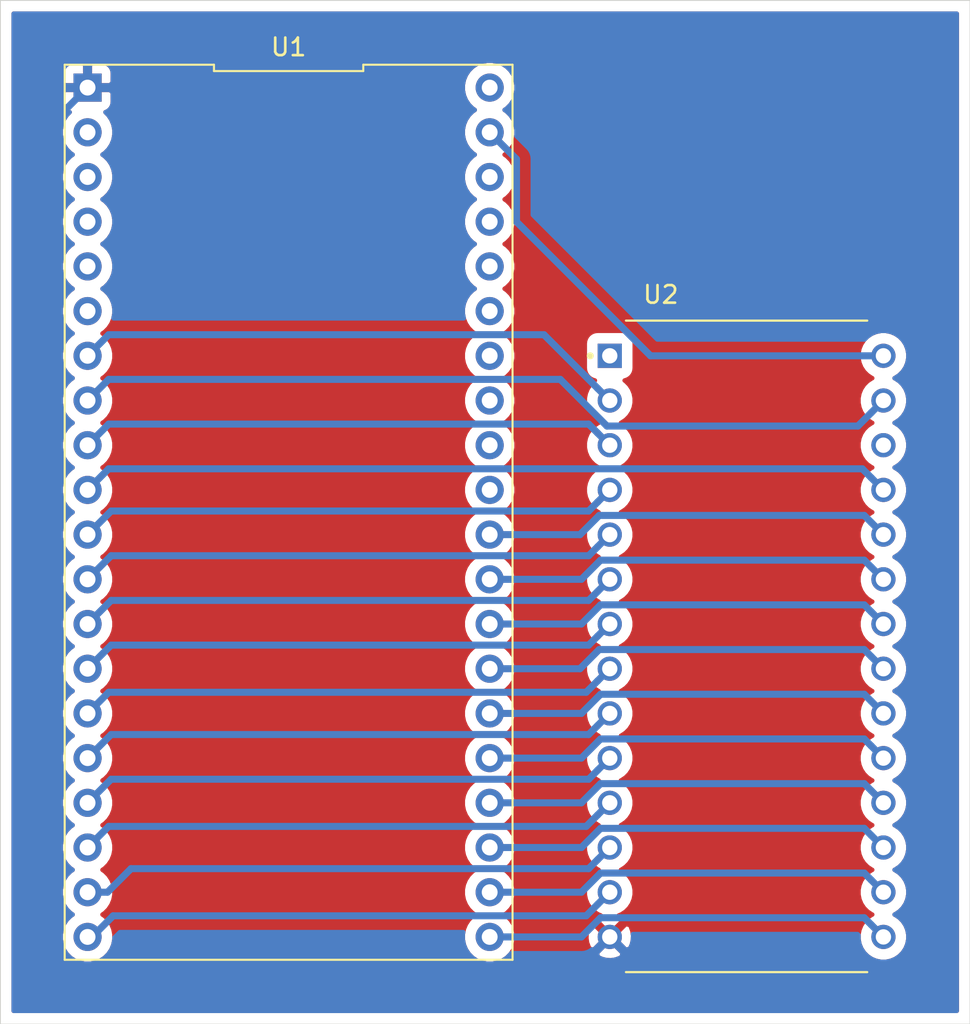
<source format=kicad_pcb>
(kicad_pcb (version 20171130) (host pcbnew "(5.1.5-0-10_14)")

  (general
    (thickness 1.6)
    (drawings 4)
    (tracks 119)
    (zones 0)
    (modules 2)
    (nets 27)
  )

  (page A4)
  (layers
    (0 F.Cu signal)
    (31 B.Cu signal)
    (32 B.Adhes user)
    (33 F.Adhes user)
    (34 B.Paste user)
    (35 F.Paste user)
    (36 B.SilkS user)
    (37 F.SilkS user)
    (38 B.Mask user)
    (39 F.Mask user)
    (40 Dwgs.User user)
    (41 Cmts.User user)
    (42 Eco1.User user)
    (43 Eco2.User user)
    (44 Edge.Cuts user)
    (45 Margin user)
    (46 B.CrtYd user)
    (47 F.CrtYd user)
    (48 B.Fab user)
    (49 F.Fab user)
  )

  (setup
    (last_trace_width 0.4)
    (trace_clearance 0.2)
    (zone_clearance 0.6)
    (zone_45_only no)
    (trace_min 0.2)
    (via_size 0.8)
    (via_drill 0.4)
    (via_min_size 0.4)
    (via_min_drill 0.3)
    (uvia_size 0.3)
    (uvia_drill 0.1)
    (uvias_allowed no)
    (uvia_min_size 0.2)
    (uvia_min_drill 0.1)
    (edge_width 0.05)
    (segment_width 0.2)
    (pcb_text_width 0.3)
    (pcb_text_size 1.5 1.5)
    (mod_edge_width 0.12)
    (mod_text_size 1 1)
    (mod_text_width 0.15)
    (pad_size 1.6 1.6)
    (pad_drill 0.9)
    (pad_to_mask_clearance 0.051)
    (solder_mask_min_width 0.25)
    (aux_axis_origin 0 0)
    (visible_elements FFFFFF7F)
    (pcbplotparams
      (layerselection 0x01000_ffffffff)
      (usegerberextensions false)
      (usegerberattributes false)
      (usegerberadvancedattributes false)
      (creategerberjobfile false)
      (excludeedgelayer true)
      (linewidth 0.100000)
      (plotframeref false)
      (viasonmask false)
      (mode 1)
      (useauxorigin false)
      (hpglpennumber 1)
      (hpglpenspeed 20)
      (hpglpendiameter 15.000000)
      (psnegative false)
      (psa4output false)
      (plotreference true)
      (plotvalue true)
      (plotinvisibletext false)
      (padsonsilk false)
      (subtractmaskfromsilk false)
      (outputformat 1)
      (mirror false)
      (drillshape 0)
      (scaleselection 1)
      (outputdirectory "gerbers/"))
  )

  (net 0 "")
  (net 1 +5V)
  (net 2 /D0)
  (net 3 /D1)
  (net 4 /D2)
  (net 5 /D3)
  (net 6 /D4)
  (net 7 /D5)
  (net 8 /D6)
  (net 9 /D7)
  (net 10 /A7)
  (net 11 /A6)
  (net 12 /A5)
  (net 13 /A4)
  (net 14 /A3)
  (net 15 /A2)
  (net 16 /A1)
  (net 17 /A0)
  (net 18 /OE)
  (net 19 /WE)
  (net 20 /A12)
  (net 21 /A11)
  (net 22 /A10)
  (net 23 /A8)
  (net 24 /A9)
  (net 25 GND)
  (net 26 /CE)

  (net_class Default "This is the default net class."
    (clearance 0.2)
    (trace_width 0.4)
    (via_dia 0.8)
    (via_drill 0.4)
    (uvia_dia 0.3)
    (uvia_drill 0.1)
    (add_net +5V)
    (add_net /A0)
    (add_net /A1)
    (add_net /A10)
    (add_net /A11)
    (add_net /A12)
    (add_net /A2)
    (add_net /A3)
    (add_net /A4)
    (add_net /A5)
    (add_net /A6)
    (add_net /A7)
    (add_net /A8)
    (add_net /A9)
    (add_net /CE)
    (add_net /D0)
    (add_net /D1)
    (add_net /D2)
    (add_net /D3)
    (add_net /D4)
    (add_net /D5)
    (add_net /D6)
    (add_net /D7)
    (add_net /OE)
    (add_net /WE)
    (add_net GND)
  )

  (module DIP1555W45P254L3733H482Q28 (layer F.Cu) (tedit 5F67D4EB) (tstamp 5FA03237)
    (at 90.297 114.173)
    (path /5FA25FE0)
    (fp_text reference U2 (at -4.875 -19.985) (layer F.SilkS)
      (effects (font (size 1 1) (thickness 0.15)))
    )
    (fp_text value AT28C64B-15PU (at 0.254 19.812) (layer F.Fab)
      (effects (font (size 1 1) (thickness 0.015)))
    )
    (fp_circle (center -8.88875 -16.51) (end -8.78875 -16.51) (layer F.SilkS) (width 0.2))
    (fp_circle (center -8.88875 -16.51) (end -8.78875 -16.51) (layer F.Fab) (width 0.2))
    (fp_line (start -6.858 -18.51) (end 6.858 -18.51) (layer F.Fab) (width 0.127))
    (fp_line (start -6.858 18.51) (end 6.858 18.51) (layer F.Fab) (width 0.127))
    (fp_line (start -6.858 -18.51) (end 6.858 -18.51) (layer F.SilkS) (width 0.127))
    (fp_line (start -6.858 18.51) (end 6.858 18.51) (layer F.SilkS) (width 0.127))
    (fp_line (start -6.858 -18.51) (end -6.858 18.51) (layer F.Fab) (width 0.127))
    (fp_line (start 6.858 -18.51) (end 6.858 18.51) (layer F.Fab) (width 0.127))
    (fp_line (start 8.73875 -18.76) (end -8.73875 -18.76) (layer F.CrtYd) (width 0.05))
    (fp_line (start 8.73875 18.76) (end -8.73875 18.76) (layer F.CrtYd) (width 0.05))
    (fp_line (start 8.73875 -18.76) (end 8.73875 18.76) (layer F.CrtYd) (width 0.05))
    (fp_line (start -8.73875 -18.76) (end -8.73875 18.76) (layer F.CrtYd) (width 0.05))
    (pad 1 thru_hole rect (at -7.77875 -16.51) (size 1.378 1.378) (drill 0.87) (layers *.Cu *.Mask))
    (pad 2 thru_hole circle (at -7.77875 -13.97) (size 1.378 1.378) (drill 0.87) (layers *.Cu *.Mask)
      (net 20 /A12))
    (pad 3 thru_hole circle (at -7.77875 -11.43) (size 1.378 1.378) (drill 0.87) (layers *.Cu *.Mask)
      (net 10 /A7))
    (pad 4 thru_hole circle (at -7.77875 -8.89) (size 1.378 1.378) (drill 0.87) (layers *.Cu *.Mask)
      (net 11 /A6))
    (pad 5 thru_hole circle (at -7.77875 -6.35) (size 1.378 1.378) (drill 0.87) (layers *.Cu *.Mask)
      (net 12 /A5))
    (pad 6 thru_hole circle (at -7.77875 -3.81) (size 1.378 1.378) (drill 0.87) (layers *.Cu *.Mask)
      (net 13 /A4))
    (pad 7 thru_hole circle (at -7.77875 -1.27) (size 1.378 1.378) (drill 0.87) (layers *.Cu *.Mask)
      (net 14 /A3))
    (pad 8 thru_hole circle (at -7.77875 1.27) (size 1.378 1.378) (drill 0.87) (layers *.Cu *.Mask)
      (net 15 /A2))
    (pad 9 thru_hole circle (at -7.77875 3.81) (size 1.378 1.378) (drill 0.87) (layers *.Cu *.Mask)
      (net 16 /A1))
    (pad 10 thru_hole circle (at -7.77875 6.35) (size 1.378 1.378) (drill 0.87) (layers *.Cu *.Mask)
      (net 17 /A0))
    (pad 11 thru_hole circle (at -7.77875 8.89) (size 1.378 1.378) (drill 0.87) (layers *.Cu *.Mask)
      (net 2 /D0))
    (pad 12 thru_hole circle (at -7.77875 11.43) (size 1.378 1.378) (drill 0.87) (layers *.Cu *.Mask)
      (net 3 /D1))
    (pad 13 thru_hole circle (at -7.77875 13.97) (size 1.378 1.378) (drill 0.87) (layers *.Cu *.Mask)
      (net 4 /D2))
    (pad 14 thru_hole circle (at -7.77875 16.51) (size 1.378 1.378) (drill 0.87) (layers *.Cu *.Mask)
      (net 25 GND))
    (pad 15 thru_hole circle (at 7.77875 16.51) (size 1.378 1.378) (drill 0.87) (layers *.Cu *.Mask)
      (net 5 /D3))
    (pad 16 thru_hole circle (at 7.77875 13.97) (size 1.378 1.378) (drill 0.87) (layers *.Cu *.Mask)
      (net 6 /D4))
    (pad 17 thru_hole circle (at 7.77875 11.43) (size 1.378 1.378) (drill 0.87) (layers *.Cu *.Mask)
      (net 7 /D5))
    (pad 18 thru_hole circle (at 7.77875 8.89) (size 1.378 1.378) (drill 0.87) (layers *.Cu *.Mask)
      (net 8 /D6))
    (pad 19 thru_hole circle (at 7.77875 6.35) (size 1.378 1.378) (drill 0.87) (layers *.Cu *.Mask)
      (net 9 /D7))
    (pad 20 thru_hole circle (at 7.77875 3.81) (size 1.378 1.378) (drill 0.87) (layers *.Cu *.Mask)
      (net 26 /CE))
    (pad 21 thru_hole circle (at 7.77875 1.27) (size 1.378 1.378) (drill 0.87) (layers *.Cu *.Mask)
      (net 22 /A10))
    (pad 22 thru_hole circle (at 7.77875 -1.27) (size 1.378 1.378) (drill 0.87) (layers *.Cu *.Mask)
      (net 18 /OE))
    (pad 23 thru_hole circle (at 7.77875 -3.81) (size 1.378 1.378) (drill 0.87) (layers *.Cu *.Mask)
      (net 21 /A11))
    (pad 24 thru_hole circle (at 7.77875 -6.35) (size 1.378 1.378) (drill 0.87) (layers *.Cu *.Mask)
      (net 24 /A9))
    (pad 25 thru_hole circle (at 7.77875 -8.89) (size 1.378 1.378) (drill 0.87) (layers *.Cu *.Mask)
      (net 23 /A8))
    (pad 26 thru_hole circle (at 7.77875 -11.43) (size 1.378 1.378) (drill 0.87) (layers *.Cu *.Mask))
    (pad 27 thru_hole circle (at 7.77875 -13.97) (size 1.378 1.378) (drill 0.87) (layers *.Cu *.Mask)
      (net 19 /WE))
    (pad 28 thru_hole circle (at 7.77875 -16.51) (size 1.378 1.378) (drill 0.87) (layers *.Cu *.Mask)
      (net 1 +5V))
  )

  (module MBED_LPC1768:LPC1768 (layer F.Cu) (tedit 5FA037B7) (tstamp 5F9F7920)
    (at 64.262 106.553 270)
    (path /5F9E2B51)
    (fp_text reference U1 (at -26.43 0) (layer F.SilkS)
      (effects (font (size 1 1) (thickness 0.15)))
    )
    (fp_text value LPC1768 (at -23.749 0 180) (layer F.Fab)
      (effects (font (size 1 1) (thickness 0.15)))
    )
    (fp_line (start -25.43 12.729999) (end 25.43 12.73) (layer F.SilkS) (width 0.12))
    (fp_line (start 25.43 12.73) (end 25.43 -12.729999) (layer F.SilkS) (width 0.12))
    (fp_line (start 25.43 -12.729999) (end -25.43 -12.73) (layer F.SilkS) (width 0.12))
    (fp_line (start -25.43 -12.73) (end -25.43 -4.243333) (layer F.SilkS) (width 0.12))
    (fp_line (start -25.43 -4.243333) (end -25.07 -4.243333) (layer F.SilkS) (width 0.12))
    (fp_line (start -25.07 -4.243333) (end -25.07 4.243333) (layer F.SilkS) (width 0.12))
    (fp_line (start -25.07 4.243333) (end -25.43 4.243333) (layer F.SilkS) (width 0.12))
    (fp_line (start -25.43 4.243333) (end -25.43 12.729999) (layer F.SilkS) (width 0.12))
    (fp_line (start -25.18 -12.48) (end 25.18 -12.48) (layer F.CrtYd) (width 0.05))
    (fp_line (start 25.18 -12.48) (end 25.18 12.48) (layer F.CrtYd) (width 0.05))
    (fp_line (start 25.18 12.48) (end -25.18 12.48) (layer F.CrtYd) (width 0.05))
    (fp_line (start -25.18 12.48) (end -25.18 -12.48) (layer F.CrtYd) (width 0.05))
    (pad 40 thru_hole circle (at -24.13 -11.43 270) (size 1.6 1.6) (drill 0.9) (layers *.Cu *.Mask))
    (pad 1 thru_hole rect (at -24.13 11.43 270) (size 1.6 1.6) (drill 0.9) (layers *.Cu *.Mask)
      (net 25 GND))
    (pad 39 thru_hole circle (at -21.59 -11.43 270) (size 1.6 1.6) (drill 0.9) (layers *.Cu *.Mask)
      (net 1 +5V))
    (pad 2 thru_hole circle (at -21.59 11.43 270) (size 1.6 1.6) (drill 0.9) (layers *.Cu *.Mask))
    (pad 38 thru_hole circle (at -19.05 -11.43 270) (size 1.6 1.6) (drill 0.9) (layers *.Cu *.Mask))
    (pad 3 thru_hole circle (at -19.05 11.43 270) (size 1.6 1.6) (drill 0.9) (layers *.Cu *.Mask))
    (pad 37 thru_hole circle (at -16.51 -11.43 270) (size 1.6 1.6) (drill 0.9) (layers *.Cu *.Mask))
    (pad 4 thru_hole circle (at -16.51 11.43 270) (size 1.6 1.6) (drill 0.9) (layers *.Cu *.Mask))
    (pad 36 thru_hole circle (at -13.97 -11.43 270) (size 1.6 1.6) (drill 0.9) (layers *.Cu *.Mask))
    (pad 5 thru_hole circle (at -13.97 11.43 270) (size 1.6 1.6) (drill 0.9) (layers *.Cu *.Mask))
    (pad 35 thru_hole circle (at -11.43 -11.43 270) (size 1.6 1.6) (drill 0.9) (layers *.Cu *.Mask))
    (pad 6 thru_hole circle (at -11.43 11.43 270) (size 1.6 1.6) (drill 0.9) (layers *.Cu *.Mask))
    (pad 34 thru_hole circle (at -8.89 -11.43 270) (size 1.6 1.6) (drill 0.9) (layers *.Cu *.Mask))
    (pad 7 thru_hole circle (at -8.89 11.43 270) (size 1.6 1.6) (drill 0.9) (layers *.Cu *.Mask)
      (net 20 /A12))
    (pad 33 thru_hole circle (at -6.35 -11.43 270) (size 1.6 1.6) (drill 0.9) (layers *.Cu *.Mask))
    (pad 8 thru_hole circle (at -6.35 11.43 270) (size 1.6 1.6) (drill 0.9) (layers *.Cu *.Mask)
      (net 19 /WE))
    (pad 32 thru_hole circle (at -3.81 -11.43 270) (size 1.6 1.6) (drill 0.9) (layers *.Cu *.Mask))
    (pad 9 thru_hole circle (at -3.81 11.43 270) (size 1.6 1.6) (drill 0.9) (layers *.Cu *.Mask)
      (net 10 /A7))
    (pad 31 thru_hole circle (at -1.27 -11.43 270) (size 1.6 1.6) (drill 0.9) (layers *.Cu *.Mask))
    (pad 10 thru_hole circle (at -1.27 11.43 270) (size 1.6 1.6) (drill 0.9) (layers *.Cu *.Mask)
      (net 23 /A8))
    (pad 30 thru_hole circle (at 1.27 -11.43 270) (size 1.6 1.6) (drill 0.9) (layers *.Cu *.Mask)
      (net 24 /A9))
    (pad 11 thru_hole circle (at 1.27 11.43 270) (size 1.6 1.6) (drill 0.9) (layers *.Cu *.Mask)
      (net 11 /A6))
    (pad 29 thru_hole circle (at 3.81 -11.43 270) (size 1.6 1.6) (drill 0.9) (layers *.Cu *.Mask)
      (net 21 /A11))
    (pad 12 thru_hole circle (at 3.81 11.43 270) (size 1.6 1.6) (drill 0.9) (layers *.Cu *.Mask)
      (net 12 /A5))
    (pad 28 thru_hole circle (at 6.35 -11.43 270) (size 1.6 1.6) (drill 0.9) (layers *.Cu *.Mask)
      (net 18 /OE))
    (pad 13 thru_hole circle (at 6.35 11.43 270) (size 1.6 1.6) (drill 0.9) (layers *.Cu *.Mask)
      (net 13 /A4))
    (pad 27 thru_hole circle (at 8.89 -11.43 270) (size 1.6 1.6) (drill 0.9) (layers *.Cu *.Mask)
      (net 22 /A10))
    (pad 14 thru_hole circle (at 8.89 11.43 270) (size 1.6 1.6) (drill 0.9) (layers *.Cu *.Mask)
      (net 14 /A3))
    (pad 26 thru_hole circle (at 11.43 -11.43 270) (size 1.6 1.6) (drill 0.9) (layers *.Cu *.Mask)
      (net 26 /CE))
    (pad 15 thru_hole circle (at 11.43 11.43 270) (size 1.6 1.6) (drill 0.9) (layers *.Cu *.Mask)
      (net 15 /A2))
    (pad 25 thru_hole circle (at 13.97 -11.43 270) (size 1.6 1.6) (drill 0.9) (layers *.Cu *.Mask)
      (net 9 /D7))
    (pad 16 thru_hole circle (at 13.97 11.43 270) (size 1.6 1.6) (drill 0.9) (layers *.Cu *.Mask)
      (net 16 /A1))
    (pad 24 thru_hole circle (at 16.51 -11.43 270) (size 1.6 1.6) (drill 0.9) (layers *.Cu *.Mask)
      (net 8 /D6))
    (pad 17 thru_hole circle (at 16.51 11.43 270) (size 1.6 1.6) (drill 0.9) (layers *.Cu *.Mask)
      (net 17 /A0))
    (pad 23 thru_hole circle (at 19.05 -11.43 270) (size 1.6 1.6) (drill 0.9) (layers *.Cu *.Mask)
      (net 7 /D5))
    (pad 18 thru_hole circle (at 19.05 11.43 270) (size 1.6 1.6) (drill 0.9) (layers *.Cu *.Mask)
      (net 2 /D0))
    (pad 22 thru_hole circle (at 21.59 -11.43 270) (size 1.6 1.6) (drill 0.9) (layers *.Cu *.Mask)
      (net 6 /D4))
    (pad 19 thru_hole circle (at 21.59 11.43 270) (size 1.6 1.6) (drill 0.9) (layers *.Cu *.Mask)
      (net 3 /D1))
    (pad 21 thru_hole circle (at 24.13 -11.43 270) (size 1.6 1.6) (drill 0.9) (layers *.Cu *.Mask)
      (net 5 /D3))
    (pad 20 thru_hole circle (at 24.13 11.43 270) (size 1.6 1.6) (drill 0.9) (layers *.Cu *.Mask)
      (net 4 /D2))
  )

  (gr_line (start 47.879 135.636) (end 47.879 77.47) (layer Edge.Cuts) (width 0.05) (tstamp 5FA03632))
  (gr_line (start 102.997 135.636) (end 47.879 135.636) (layer Edge.Cuts) (width 0.05))
  (gr_line (start 102.997 77.47) (end 102.997 135.636) (layer Edge.Cuts) (width 0.05))
  (gr_line (start 47.879 77.47) (end 102.997 77.47) (layer Edge.Cuts) (width 0.05))

  (segment (start 98.07575 97.663) (end 84.836 97.663) (width 0.4) (layer B.Cu) (net 1) (status 10))
  (segment (start 84.836 97.663) (end 77.216 90.043) (width 0.4) (layer B.Cu) (net 1))
  (segment (start 77.216 86.487) (end 75.692 84.963) (width 0.4) (layer B.Cu) (net 1) (status 20))
  (segment (start 77.216 90.043) (end 77.216 86.487) (width 0.4) (layer B.Cu) (net 1))
  (segment (start 81.829251 123.751999) (end 82.51825 123.063) (width 0.4) (layer B.Cu) (net 2) (status 20))
  (segment (start 81.178251 124.402999) (end 81.829251 123.751999) (width 0.4) (layer B.Cu) (net 2))
  (segment (start 54.032001 124.402999) (end 81.178251 124.402999) (width 0.4) (layer B.Cu) (net 2))
  (segment (start 52.832 125.603) (end 54.032001 124.402999) (width 0.4) (layer B.Cu) (net 2) (status 10))
  (segment (start 81.829251 126.291999) (end 82.51825 125.603) (width 0.4) (layer B.Cu) (net 3) (status 20))
  (segment (start 55.303369 126.803001) (end 81.318249 126.803001) (width 0.4) (layer B.Cu) (net 3))
  (segment (start 81.318249 126.803001) (end 81.829251 126.291999) (width 0.4) (layer B.Cu) (net 3))
  (segment (start 53.96337 128.143) (end 55.303369 126.803001) (width 0.4) (layer B.Cu) (net 3))
  (segment (start 52.832 128.143) (end 53.96337 128.143) (width 0.4) (layer B.Cu) (net 3) (status 10))
  (segment (start 52.832 130.683) (end 53.086 130.683) (width 0.4) (layer B.Cu) (net 4) (status 30))
  (segment (start 54.286001 129.482999) (end 81.178251 129.482999) (width 0.4) (layer B.Cu) (net 4))
  (segment (start 81.829251 128.831999) (end 82.51825 128.143) (width 0.4) (layer B.Cu) (net 4) (status 20))
  (segment (start 81.178251 129.482999) (end 81.829251 128.831999) (width 0.4) (layer B.Cu) (net 4))
  (segment (start 53.086 130.683) (end 54.286001 129.482999) (width 0.4) (layer B.Cu) (net 4) (status 10))
  (segment (start 97.386751 129.994001) (end 98.07575 130.683) (width 0.4) (layer B.Cu) (net 5) (status 20))
  (segment (start 81.995529 129.593999) (end 96.986749 129.593999) (width 0.4) (layer B.Cu) (net 5))
  (segment (start 80.906528 130.683) (end 81.995529 129.593999) (width 0.4) (layer B.Cu) (net 5))
  (segment (start 96.986749 129.593999) (end 97.386751 129.994001) (width 0.4) (layer B.Cu) (net 5))
  (segment (start 75.692 130.683) (end 80.906528 130.683) (width 0.4) (layer B.Cu) (net 5) (status 10))
  (segment (start 97.386751 127.454001) (end 98.07575 128.143) (width 0.4) (layer B.Cu) (net 6) (status 20))
  (segment (start 96.986749 127.053999) (end 97.386751 127.454001) (width 0.4) (layer B.Cu) (net 6))
  (segment (start 81.995529 127.053999) (end 96.986749 127.053999) (width 0.4) (layer B.Cu) (net 6))
  (segment (start 80.906528 128.143) (end 81.995529 127.053999) (width 0.4) (layer B.Cu) (net 6))
  (segment (start 75.692 128.143) (end 80.906528 128.143) (width 0.4) (layer B.Cu) (net 6) (status 10))
  (segment (start 97.386751 124.914001) (end 98.07575 125.603) (width 0.4) (layer B.Cu) (net 7) (status 20))
  (segment (start 96.986749 124.513999) (end 97.386751 124.914001) (width 0.4) (layer B.Cu) (net 7))
  (segment (start 81.995529 124.513999) (end 96.986749 124.513999) (width 0.4) (layer B.Cu) (net 7))
  (segment (start 80.906528 125.603) (end 81.995529 124.513999) (width 0.4) (layer B.Cu) (net 7))
  (segment (start 75.692 125.603) (end 80.906528 125.603) (width 0.4) (layer B.Cu) (net 7) (status 10))
  (segment (start 96.986749 121.973999) (end 97.386751 122.374001) (width 0.4) (layer B.Cu) (net 8))
  (segment (start 81.995529 121.973999) (end 96.986749 121.973999) (width 0.4) (layer B.Cu) (net 8))
  (segment (start 97.386751 122.374001) (end 98.07575 123.063) (width 0.4) (layer B.Cu) (net 8) (status 20))
  (segment (start 80.906528 123.063) (end 81.995529 121.973999) (width 0.4) (layer B.Cu) (net 8))
  (segment (start 75.692 123.063) (end 80.906528 123.063) (width 0.4) (layer B.Cu) (net 8) (status 10))
  (segment (start 97.386751 119.834001) (end 98.07575 120.523) (width 0.4) (layer B.Cu) (net 9) (status 20))
  (segment (start 96.986749 119.433999) (end 97.386751 119.834001) (width 0.4) (layer B.Cu) (net 9))
  (segment (start 81.995529 119.433999) (end 96.986749 119.433999) (width 0.4) (layer B.Cu) (net 9))
  (segment (start 80.906528 120.523) (end 81.995529 119.433999) (width 0.4) (layer B.Cu) (net 9))
  (segment (start 75.692 120.523) (end 80.906528 120.523) (width 0.4) (layer B.Cu) (net 9) (status 10))
  (segment (start 81.829251 102.054001) (end 82.51825 102.743) (width 0.4) (layer B.Cu) (net 10))
  (segment (start 81.318249 101.542999) (end 81.829251 102.054001) (width 0.4) (layer B.Cu) (net 10))
  (segment (start 54.032001 101.542999) (end 81.318249 101.542999) (width 0.4) (layer B.Cu) (net 10))
  (segment (start 52.832 102.743) (end 54.032001 101.542999) (width 0.4) (layer B.Cu) (net 10))
  (segment (start 81.829251 105.971999) (end 82.51825 105.283) (width 0.4) (layer B.Cu) (net 11) (status 20))
  (segment (start 54.171999 106.483001) (end 81.318249 106.483001) (width 0.4) (layer B.Cu) (net 11))
  (segment (start 81.318249 106.483001) (end 81.829251 105.971999) (width 0.4) (layer B.Cu) (net 11))
  (segment (start 52.832 107.823) (end 54.171999 106.483001) (width 0.4) (layer B.Cu) (net 11) (status 10))
  (segment (start 81.829251 108.511999) (end 82.51825 107.823) (width 0.4) (layer B.Cu) (net 12) (status 20))
  (segment (start 81.318249 109.023001) (end 81.829251 108.511999) (width 0.4) (layer B.Cu) (net 12))
  (segment (start 54.171999 109.023001) (end 81.318249 109.023001) (width 0.4) (layer B.Cu) (net 12))
  (segment (start 52.832 110.363) (end 54.171999 109.023001) (width 0.4) (layer B.Cu) (net 12) (status 10))
  (segment (start 54.171999 111.563001) (end 81.318249 111.563001) (width 0.4) (layer B.Cu) (net 13))
  (segment (start 81.829251 111.051999) (end 82.51825 110.363) (width 0.4) (layer B.Cu) (net 13) (status 20))
  (segment (start 81.318249 111.563001) (end 81.829251 111.051999) (width 0.4) (layer B.Cu) (net 13))
  (segment (start 52.832 112.903) (end 54.171999 111.563001) (width 0.4) (layer B.Cu) (net 13) (status 10))
  (segment (start 81.829251 113.591999) (end 82.51825 112.903) (width 0.4) (layer B.Cu) (net 14) (status 20))
  (segment (start 54.171999 114.103001) (end 81.318249 114.103001) (width 0.4) (layer B.Cu) (net 14))
  (segment (start 81.318249 114.103001) (end 81.829251 113.591999) (width 0.4) (layer B.Cu) (net 14))
  (segment (start 52.832 115.443) (end 54.171999 114.103001) (width 0.4) (layer B.Cu) (net 14) (status 10))
  (segment (start 81.178251 116.782999) (end 81.829251 116.131999) (width 0.4) (layer B.Cu) (net 15))
  (segment (start 81.829251 116.131999) (end 82.51825 115.443) (width 0.4) (layer B.Cu) (net 15) (status 20))
  (segment (start 54.032001 116.782999) (end 81.178251 116.782999) (width 0.4) (layer B.Cu) (net 15))
  (segment (start 52.832 117.983) (end 54.032001 116.782999) (width 0.4) (layer B.Cu) (net 15) (status 10))
  (segment (start 81.829251 118.671999) (end 82.51825 117.983) (width 0.4) (layer B.Cu) (net 16) (status 20))
  (segment (start 81.318249 119.183001) (end 81.829251 118.671999) (width 0.4) (layer B.Cu) (net 16))
  (segment (start 54.171999 119.183001) (end 81.318249 119.183001) (width 0.4) (layer B.Cu) (net 16))
  (segment (start 52.832 120.523) (end 54.171999 119.183001) (width 0.4) (layer B.Cu) (net 16) (status 10))
  (segment (start 81.829251 121.211999) (end 82.51825 120.523) (width 0.4) (layer B.Cu) (net 17) (status 20))
  (segment (start 81.318249 121.723001) (end 81.829251 121.211999) (width 0.4) (layer B.Cu) (net 17))
  (segment (start 54.171999 121.723001) (end 81.318249 121.723001) (width 0.4) (layer B.Cu) (net 17))
  (segment (start 52.832 123.063) (end 54.171999 121.723001) (width 0.4) (layer B.Cu) (net 17) (status 10))
  (segment (start 97.386751 112.214001) (end 98.07575 112.903) (width 0.4) (layer B.Cu) (net 18) (status 20))
  (segment (start 96.986749 111.813999) (end 97.386751 112.214001) (width 0.4) (layer B.Cu) (net 18))
  (segment (start 81.995529 111.813999) (end 96.986749 111.813999) (width 0.4) (layer B.Cu) (net 18))
  (segment (start 80.906528 112.903) (end 81.995529 111.813999) (width 0.4) (layer B.Cu) (net 18))
  (segment (start 75.692 112.903) (end 80.906528 112.903) (width 0.4) (layer B.Cu) (net 18) (status 10))
  (segment (start 82.357527 101.653999) (end 96.624751 101.653999) (width 0.4) (layer B.Cu) (net 19))
  (segment (start 97.386751 100.891999) (end 98.07575 100.203) (width 0.4) (layer B.Cu) (net 19))
  (segment (start 96.624751 101.653999) (end 97.386751 100.891999) (width 0.4) (layer B.Cu) (net 19))
  (segment (start 54.032001 99.002999) (end 79.706527 99.002999) (width 0.4) (layer B.Cu) (net 19))
  (segment (start 79.706527 99.002999) (end 82.357527 101.653999) (width 0.4) (layer B.Cu) (net 19))
  (segment (start 52.832 100.203) (end 54.032001 99.002999) (width 0.4) (layer B.Cu) (net 19))
  (segment (start 81.829251 99.514001) (end 82.51825 100.203) (width 0.4) (layer B.Cu) (net 20))
  (segment (start 78.778249 96.462999) (end 81.829251 99.514001) (width 0.4) (layer B.Cu) (net 20))
  (segment (start 54.032001 96.462999) (end 78.778249 96.462999) (width 0.4) (layer B.Cu) (net 20))
  (segment (start 52.832 97.663) (end 54.032001 96.462999) (width 0.4) (layer B.Cu) (net 20))
  (segment (start 97.386751 109.674001) (end 98.07575 110.363) (width 0.4) (layer B.Cu) (net 21) (status 20))
  (segment (start 81.995529 109.273999) (end 96.986749 109.273999) (width 0.4) (layer B.Cu) (net 21))
  (segment (start 80.906528 110.363) (end 81.995529 109.273999) (width 0.4) (layer B.Cu) (net 21))
  (segment (start 96.986749 109.273999) (end 97.386751 109.674001) (width 0.4) (layer B.Cu) (net 21))
  (segment (start 75.692 110.363) (end 80.906528 110.363) (width 0.4) (layer B.Cu) (net 21) (status 10))
  (segment (start 97.386751 114.754001) (end 98.07575 115.443) (width 0.4) (layer B.Cu) (net 22) (status 20))
  (segment (start 96.986749 114.353999) (end 97.386751 114.754001) (width 0.4) (layer B.Cu) (net 22))
  (segment (start 81.915793 114.353999) (end 96.986749 114.353999) (width 0.4) (layer B.Cu) (net 22))
  (segment (start 80.826792 115.443) (end 81.915793 114.353999) (width 0.4) (layer B.Cu) (net 22))
  (segment (start 75.692 115.443) (end 80.826792 115.443) (width 0.4) (layer B.Cu) (net 22) (status 10))
  (segment (start 97.386751 104.594001) (end 98.07575 105.283) (width 0.4) (layer B.Cu) (net 23))
  (segment (start 96.875749 104.082999) (end 97.386751 104.594001) (width 0.4) (layer B.Cu) (net 23))
  (segment (start 54.032001 104.082999) (end 96.875749 104.082999) (width 0.4) (layer B.Cu) (net 23))
  (segment (start 52.832 105.283) (end 54.032001 104.082999) (width 0.4) (layer B.Cu) (net 23))
  (segment (start 81.915793 106.733999) (end 96.986749 106.733999) (width 0.4) (layer B.Cu) (net 24))
  (segment (start 97.386751 107.134001) (end 98.07575 107.823) (width 0.4) (layer B.Cu) (net 24) (status 20))
  (segment (start 96.986749 106.733999) (end 97.386751 107.134001) (width 0.4) (layer B.Cu) (net 24))
  (segment (start 80.826792 107.823) (end 81.915793 106.733999) (width 0.4) (layer B.Cu) (net 24))
  (segment (start 75.692 107.823) (end 80.826792 107.823) (width 0.4) (layer B.Cu) (net 24) (status 10))
  (segment (start 80.48625 132.715) (end 82.51825 130.683) (width 0.4) (layer B.Cu) (net 25) (status 20))
  (segment (start 50.927 131.318) (end 52.324 132.715) (width 0.4) (layer B.Cu) (net 25))
  (segment (start 50.927 84.328) (end 50.927 131.318) (width 0.4) (layer B.Cu) (net 25))
  (segment (start 52.324 132.715) (end 80.48625 132.715) (width 0.4) (layer B.Cu) (net 25))
  (segment (start 52.832 82.423) (end 50.927 84.328) (width 0.4) (layer B.Cu) (net 25) (status 10))
  (segment (start 97.386751 117.294001) (end 98.07575 117.983) (width 0.4) (layer B.Cu) (net 26) (status 20))
  (segment (start 96.986749 116.893999) (end 97.386751 117.294001) (width 0.4) (layer B.Cu) (net 26))
  (segment (start 81.995529 116.893999) (end 96.986749 116.893999) (width 0.4) (layer B.Cu) (net 26))
  (segment (start 80.906528 117.983) (end 81.995529 116.893999) (width 0.4) (layer B.Cu) (net 26))
  (segment (start 75.692 117.983) (end 80.906528 117.983) (width 0.4) (layer B.Cu) (net 26) (status 10))

  (zone (net 25) (net_name GND) (layer F.Cu) (tstamp 0) (hatch edge 0.508)
    (connect_pads (clearance 0.6))
    (min_thickness 0.254)
    (fill yes (arc_segments 32) (thermal_gap 0.508) (thermal_bridge_width 0.508))
    (polygon
      (pts
        (xy 102.997 135.636) (xy 47.879 135.636) (xy 47.879 77.47) (xy 102.997 77.47)
      )
    )
    (filled_polygon
      (pts
        (xy 102.245001 134.884) (xy 48.631 134.884) (xy 48.631 84.812604) (xy 51.305 84.812604) (xy 51.305 85.113396)
        (xy 51.363681 85.40841) (xy 51.47879 85.686306) (xy 51.645901 85.936406) (xy 51.858594 86.149099) (xy 51.984161 86.233)
        (xy 51.858594 86.316901) (xy 51.645901 86.529594) (xy 51.47879 86.779694) (xy 51.363681 87.05759) (xy 51.305 87.352604)
        (xy 51.305 87.653396) (xy 51.363681 87.94841) (xy 51.47879 88.226306) (xy 51.645901 88.476406) (xy 51.858594 88.689099)
        (xy 51.984161 88.773) (xy 51.858594 88.856901) (xy 51.645901 89.069594) (xy 51.47879 89.319694) (xy 51.363681 89.59759)
        (xy 51.305 89.892604) (xy 51.305 90.193396) (xy 51.363681 90.48841) (xy 51.47879 90.766306) (xy 51.645901 91.016406)
        (xy 51.858594 91.229099) (xy 51.984161 91.313) (xy 51.858594 91.396901) (xy 51.645901 91.609594) (xy 51.47879 91.859694)
        (xy 51.363681 92.13759) (xy 51.305 92.432604) (xy 51.305 92.733396) (xy 51.363681 93.02841) (xy 51.47879 93.306306)
        (xy 51.645901 93.556406) (xy 51.858594 93.769099) (xy 51.984161 93.853) (xy 51.858594 93.936901) (xy 51.645901 94.149594)
        (xy 51.47879 94.399694) (xy 51.363681 94.67759) (xy 51.305 94.972604) (xy 51.305 95.273396) (xy 51.363681 95.56841)
        (xy 51.47879 95.846306) (xy 51.645901 96.096406) (xy 51.858594 96.309099) (xy 51.984161 96.393) (xy 51.858594 96.476901)
        (xy 51.645901 96.689594) (xy 51.47879 96.939694) (xy 51.363681 97.21759) (xy 51.305 97.512604) (xy 51.305 97.813396)
        (xy 51.363681 98.10841) (xy 51.47879 98.386306) (xy 51.645901 98.636406) (xy 51.858594 98.849099) (xy 51.984161 98.933)
        (xy 51.858594 99.016901) (xy 51.645901 99.229594) (xy 51.47879 99.479694) (xy 51.363681 99.75759) (xy 51.305 100.052604)
        (xy 51.305 100.353396) (xy 51.363681 100.64841) (xy 51.47879 100.926306) (xy 51.645901 101.176406) (xy 51.858594 101.389099)
        (xy 51.984161 101.473) (xy 51.858594 101.556901) (xy 51.645901 101.769594) (xy 51.47879 102.019694) (xy 51.363681 102.29759)
        (xy 51.305 102.592604) (xy 51.305 102.893396) (xy 51.363681 103.18841) (xy 51.47879 103.466306) (xy 51.645901 103.716406)
        (xy 51.858594 103.929099) (xy 51.984161 104.013) (xy 51.858594 104.096901) (xy 51.645901 104.309594) (xy 51.47879 104.559694)
        (xy 51.363681 104.83759) (xy 51.305 105.132604) (xy 51.305 105.433396) (xy 51.363681 105.72841) (xy 51.47879 106.006306)
        (xy 51.645901 106.256406) (xy 51.858594 106.469099) (xy 51.984161 106.553) (xy 51.858594 106.636901) (xy 51.645901 106.849594)
        (xy 51.47879 107.099694) (xy 51.363681 107.37759) (xy 51.305 107.672604) (xy 51.305 107.973396) (xy 51.363681 108.26841)
        (xy 51.47879 108.546306) (xy 51.645901 108.796406) (xy 51.858594 109.009099) (xy 51.984161 109.093) (xy 51.858594 109.176901)
        (xy 51.645901 109.389594) (xy 51.47879 109.639694) (xy 51.363681 109.91759) (xy 51.305 110.212604) (xy 51.305 110.513396)
        (xy 51.363681 110.80841) (xy 51.47879 111.086306) (xy 51.645901 111.336406) (xy 51.858594 111.549099) (xy 51.984161 111.633)
        (xy 51.858594 111.716901) (xy 51.645901 111.929594) (xy 51.47879 112.179694) (xy 51.363681 112.45759) (xy 51.305 112.752604)
        (xy 51.305 113.053396) (xy 51.363681 113.34841) (xy 51.47879 113.626306) (xy 51.645901 113.876406) (xy 51.858594 114.089099)
        (xy 51.984161 114.173) (xy 51.858594 114.256901) (xy 51.645901 114.469594) (xy 51.47879 114.719694) (xy 51.363681 114.99759)
        (xy 51.305 115.292604) (xy 51.305 115.593396) (xy 51.363681 115.88841) (xy 51.47879 116.166306) (xy 51.645901 116.416406)
        (xy 51.858594 116.629099) (xy 51.984161 116.713) (xy 51.858594 116.796901) (xy 51.645901 117.009594) (xy 51.47879 117.259694)
        (xy 51.363681 117.53759) (xy 51.305 117.832604) (xy 51.305 118.133396) (xy 51.363681 118.42841) (xy 51.47879 118.706306)
        (xy 51.645901 118.956406) (xy 51.858594 119.169099) (xy 51.984161 119.253) (xy 51.858594 119.336901) (xy 51.645901 119.549594)
        (xy 51.47879 119.799694) (xy 51.363681 120.07759) (xy 51.305 120.372604) (xy 51.305 120.673396) (xy 51.363681 120.96841)
        (xy 51.47879 121.246306) (xy 51.645901 121.496406) (xy 51.858594 121.709099) (xy 51.984161 121.793) (xy 51.858594 121.876901)
        (xy 51.645901 122.089594) (xy 51.47879 122.339694) (xy 51.363681 122.61759) (xy 51.305 122.912604) (xy 51.305 123.213396)
        (xy 51.363681 123.50841) (xy 51.47879 123.786306) (xy 51.645901 124.036406) (xy 51.858594 124.249099) (xy 51.984161 124.333)
        (xy 51.858594 124.416901) (xy 51.645901 124.629594) (xy 51.47879 124.879694) (xy 51.363681 125.15759) (xy 51.305 125.452604)
        (xy 51.305 125.753396) (xy 51.363681 126.04841) (xy 51.47879 126.326306) (xy 51.645901 126.576406) (xy 51.858594 126.789099)
        (xy 51.984161 126.873) (xy 51.858594 126.956901) (xy 51.645901 127.169594) (xy 51.47879 127.419694) (xy 51.363681 127.69759)
        (xy 51.305 127.992604) (xy 51.305 128.293396) (xy 51.363681 128.58841) (xy 51.47879 128.866306) (xy 51.645901 129.116406)
        (xy 51.858594 129.329099) (xy 51.984161 129.413) (xy 51.858594 129.496901) (xy 51.645901 129.709594) (xy 51.47879 129.959694)
        (xy 51.363681 130.23759) (xy 51.305 130.532604) (xy 51.305 130.833396) (xy 51.363681 131.12841) (xy 51.47879 131.406306)
        (xy 51.645901 131.656406) (xy 51.858594 131.869099) (xy 52.108694 132.03621) (xy 52.38659 132.151319) (xy 52.681604 132.21)
        (xy 52.982396 132.21) (xy 53.27741 132.151319) (xy 53.555306 132.03621) (xy 53.805406 131.869099) (xy 54.018099 131.656406)
        (xy 54.18521 131.406306) (xy 54.300319 131.12841) (xy 54.359 130.833396) (xy 54.359 130.532604) (xy 54.300319 130.23759)
        (xy 54.18521 129.959694) (xy 54.018099 129.709594) (xy 53.805406 129.496901) (xy 53.679839 129.413) (xy 53.805406 129.329099)
        (xy 54.018099 129.116406) (xy 54.18521 128.866306) (xy 54.300319 128.58841) (xy 54.359 128.293396) (xy 54.359 127.992604)
        (xy 54.300319 127.69759) (xy 54.18521 127.419694) (xy 54.018099 127.169594) (xy 53.805406 126.956901) (xy 53.679839 126.873)
        (xy 53.805406 126.789099) (xy 54.018099 126.576406) (xy 54.18521 126.326306) (xy 54.300319 126.04841) (xy 54.359 125.753396)
        (xy 54.359 125.452604) (xy 54.300319 125.15759) (xy 54.18521 124.879694) (xy 54.018099 124.629594) (xy 53.805406 124.416901)
        (xy 53.679839 124.333) (xy 53.805406 124.249099) (xy 54.018099 124.036406) (xy 54.18521 123.786306) (xy 54.300319 123.50841)
        (xy 54.359 123.213396) (xy 54.359 122.912604) (xy 54.300319 122.61759) (xy 54.18521 122.339694) (xy 54.018099 122.089594)
        (xy 53.805406 121.876901) (xy 53.679839 121.793) (xy 53.805406 121.709099) (xy 54.018099 121.496406) (xy 54.18521 121.246306)
        (xy 54.300319 120.96841) (xy 54.359 120.673396) (xy 54.359 120.372604) (xy 54.300319 120.07759) (xy 54.18521 119.799694)
        (xy 54.018099 119.549594) (xy 53.805406 119.336901) (xy 53.679839 119.253) (xy 53.805406 119.169099) (xy 54.018099 118.956406)
        (xy 54.18521 118.706306) (xy 54.300319 118.42841) (xy 54.359 118.133396) (xy 54.359 117.832604) (xy 54.300319 117.53759)
        (xy 54.18521 117.259694) (xy 54.018099 117.009594) (xy 53.805406 116.796901) (xy 53.679839 116.713) (xy 53.805406 116.629099)
        (xy 54.018099 116.416406) (xy 54.18521 116.166306) (xy 54.300319 115.88841) (xy 54.359 115.593396) (xy 54.359 115.292604)
        (xy 54.300319 114.99759) (xy 54.18521 114.719694) (xy 54.018099 114.469594) (xy 53.805406 114.256901) (xy 53.679839 114.173)
        (xy 53.805406 114.089099) (xy 54.018099 113.876406) (xy 54.18521 113.626306) (xy 54.300319 113.34841) (xy 54.359 113.053396)
        (xy 54.359 112.752604) (xy 54.300319 112.45759) (xy 54.18521 112.179694) (xy 54.018099 111.929594) (xy 53.805406 111.716901)
        (xy 53.679839 111.633) (xy 53.805406 111.549099) (xy 54.018099 111.336406) (xy 54.18521 111.086306) (xy 54.300319 110.80841)
        (xy 54.359 110.513396) (xy 54.359 110.212604) (xy 54.300319 109.91759) (xy 54.18521 109.639694) (xy 54.018099 109.389594)
        (xy 53.805406 109.176901) (xy 53.679839 109.093) (xy 53.805406 109.009099) (xy 54.018099 108.796406) (xy 54.18521 108.546306)
        (xy 54.300319 108.26841) (xy 54.359 107.973396) (xy 54.359 107.672604) (xy 54.300319 107.37759) (xy 54.18521 107.099694)
        (xy 54.018099 106.849594) (xy 53.805406 106.636901) (xy 53.679839 106.553) (xy 53.805406 106.469099) (xy 54.018099 106.256406)
        (xy 54.18521 106.006306) (xy 54.300319 105.72841) (xy 54.359 105.433396) (xy 54.359 105.132604) (xy 54.300319 104.83759)
        (xy 54.18521 104.559694) (xy 54.018099 104.309594) (xy 53.805406 104.096901) (xy 53.679839 104.013) (xy 53.805406 103.929099)
        (xy 54.018099 103.716406) (xy 54.18521 103.466306) (xy 54.300319 103.18841) (xy 54.359 102.893396) (xy 54.359 102.592604)
        (xy 54.300319 102.29759) (xy 54.18521 102.019694) (xy 54.018099 101.769594) (xy 53.805406 101.556901) (xy 53.679839 101.473)
        (xy 53.805406 101.389099) (xy 54.018099 101.176406) (xy 54.18521 100.926306) (xy 54.300319 100.64841) (xy 54.359 100.353396)
        (xy 54.359 100.052604) (xy 54.300319 99.75759) (xy 54.18521 99.479694) (xy 54.018099 99.229594) (xy 53.805406 99.016901)
        (xy 53.679839 98.933) (xy 53.805406 98.849099) (xy 54.018099 98.636406) (xy 54.18521 98.386306) (xy 54.300319 98.10841)
        (xy 54.359 97.813396) (xy 54.359 97.512604) (xy 54.300319 97.21759) (xy 54.18521 96.939694) (xy 54.018099 96.689594)
        (xy 53.805406 96.476901) (xy 53.679839 96.393) (xy 53.805406 96.309099) (xy 54.018099 96.096406) (xy 54.18521 95.846306)
        (xy 54.300319 95.56841) (xy 54.359 95.273396) (xy 54.359 94.972604) (xy 54.300319 94.67759) (xy 54.18521 94.399694)
        (xy 54.018099 94.149594) (xy 53.805406 93.936901) (xy 53.679839 93.853) (xy 53.805406 93.769099) (xy 54.018099 93.556406)
        (xy 54.18521 93.306306) (xy 54.300319 93.02841) (xy 54.359 92.733396) (xy 54.359 92.432604) (xy 54.300319 92.13759)
        (xy 54.18521 91.859694) (xy 54.018099 91.609594) (xy 53.805406 91.396901) (xy 53.679839 91.313) (xy 53.805406 91.229099)
        (xy 54.018099 91.016406) (xy 54.18521 90.766306) (xy 54.300319 90.48841) (xy 54.359 90.193396) (xy 54.359 89.892604)
        (xy 54.300319 89.59759) (xy 54.18521 89.319694) (xy 54.018099 89.069594) (xy 53.805406 88.856901) (xy 53.679839 88.773)
        (xy 53.805406 88.689099) (xy 54.018099 88.476406) (xy 54.18521 88.226306) (xy 54.300319 87.94841) (xy 54.359 87.653396)
        (xy 54.359 87.352604) (xy 54.300319 87.05759) (xy 54.18521 86.779694) (xy 54.018099 86.529594) (xy 53.805406 86.316901)
        (xy 53.679839 86.233) (xy 53.805406 86.149099) (xy 54.018099 85.936406) (xy 54.18521 85.686306) (xy 54.300319 85.40841)
        (xy 54.359 85.113396) (xy 54.359 84.812604) (xy 54.300319 84.51759) (xy 54.18521 84.239694) (xy 54.018099 83.989594)
        (xy 53.849193 83.820688) (xy 53.87618 83.812502) (xy 53.986494 83.753537) (xy 54.083185 83.674185) (xy 54.162537 83.577494)
        (xy 54.221502 83.46718) (xy 54.257812 83.347482) (xy 54.270072 83.223) (xy 54.267 82.70875) (xy 54.10825 82.55)
        (xy 52.959 82.55) (xy 52.959 82.57) (xy 52.705 82.57) (xy 52.705 82.55) (xy 51.55575 82.55)
        (xy 51.397 82.70875) (xy 51.393928 83.223) (xy 51.406188 83.347482) (xy 51.442498 83.46718) (xy 51.501463 83.577494)
        (xy 51.580815 83.674185) (xy 51.677506 83.753537) (xy 51.78782 83.812502) (xy 51.814807 83.820688) (xy 51.645901 83.989594)
        (xy 51.47879 84.239694) (xy 51.363681 84.51759) (xy 51.305 84.812604) (xy 48.631 84.812604) (xy 48.631 81.623)
        (xy 51.393928 81.623) (xy 51.397 82.13725) (xy 51.55575 82.296) (xy 52.705 82.296) (xy 52.705 81.14675)
        (xy 52.959 81.14675) (xy 52.959 82.296) (xy 54.10825 82.296) (xy 54.131646 82.272604) (xy 74.165 82.272604)
        (xy 74.165 82.573396) (xy 74.223681 82.86841) (xy 74.33879 83.146306) (xy 74.505901 83.396406) (xy 74.718594 83.609099)
        (xy 74.844161 83.693) (xy 74.718594 83.776901) (xy 74.505901 83.989594) (xy 74.33879 84.239694) (xy 74.223681 84.51759)
        (xy 74.165 84.812604) (xy 74.165 85.113396) (xy 74.223681 85.40841) (xy 74.33879 85.686306) (xy 74.505901 85.936406)
        (xy 74.718594 86.149099) (xy 74.844161 86.233) (xy 74.718594 86.316901) (xy 74.505901 86.529594) (xy 74.33879 86.779694)
        (xy 74.223681 87.05759) (xy 74.165 87.352604) (xy 74.165 87.653396) (xy 74.223681 87.94841) (xy 74.33879 88.226306)
        (xy 74.505901 88.476406) (xy 74.718594 88.689099) (xy 74.844161 88.773) (xy 74.718594 88.856901) (xy 74.505901 89.069594)
        (xy 74.33879 89.319694) (xy 74.223681 89.59759) (xy 74.165 89.892604) (xy 74.165 90.193396) (xy 74.223681 90.48841)
        (xy 74.33879 90.766306) (xy 74.505901 91.016406) (xy 74.718594 91.229099) (xy 74.844161 91.313) (xy 74.718594 91.396901)
        (xy 74.505901 91.609594) (xy 74.33879 91.859694) (xy 74.223681 92.13759) (xy 74.165 92.432604) (xy 74.165 92.733396)
        (xy 74.223681 93.02841) (xy 74.33879 93.306306) (xy 74.505901 93.556406) (xy 74.718594 93.769099) (xy 74.844161 93.853)
        (xy 74.718594 93.936901) (xy 74.505901 94.149594) (xy 74.33879 94.399694) (xy 74.223681 94.67759) (xy 74.165 94.972604)
        (xy 74.165 95.273396) (xy 74.223681 95.56841) (xy 74.33879 95.846306) (xy 74.505901 96.096406) (xy 74.718594 96.309099)
        (xy 74.844161 96.393) (xy 74.718594 96.476901) (xy 74.505901 96.689594) (xy 74.33879 96.939694) (xy 74.223681 97.21759)
        (xy 74.165 97.512604) (xy 74.165 97.813396) (xy 74.223681 98.10841) (xy 74.33879 98.386306) (xy 74.505901 98.636406)
        (xy 74.718594 98.849099) (xy 74.844161 98.933) (xy 74.718594 99.016901) (xy 74.505901 99.229594) (xy 74.33879 99.479694)
        (xy 74.223681 99.75759) (xy 74.165 100.052604) (xy 74.165 100.353396) (xy 74.223681 100.64841) (xy 74.33879 100.926306)
        (xy 74.505901 101.176406) (xy 74.718594 101.389099) (xy 74.844161 101.473) (xy 74.718594 101.556901) (xy 74.505901 101.769594)
        (xy 74.33879 102.019694) (xy 74.223681 102.29759) (xy 74.165 102.592604) (xy 74.165 102.893396) (xy 74.223681 103.18841)
        (xy 74.33879 103.466306) (xy 74.505901 103.716406) (xy 74.718594 103.929099) (xy 74.844161 104.013) (xy 74.718594 104.096901)
        (xy 74.505901 104.309594) (xy 74.33879 104.559694) (xy 74.223681 104.83759) (xy 74.165 105.132604) (xy 74.165 105.433396)
        (xy 74.223681 105.72841) (xy 74.33879 106.006306) (xy 74.505901 106.256406) (xy 74.718594 106.469099) (xy 74.844161 106.553)
        (xy 74.718594 106.636901) (xy 74.505901 106.849594) (xy 74.33879 107.099694) (xy 74.223681 107.37759) (xy 74.165 107.672604)
        (xy 74.165 107.973396) (xy 74.223681 108.26841) (xy 74.33879 108.546306) (xy 74.505901 108.796406) (xy 74.718594 109.009099)
        (xy 74.844161 109.093) (xy 74.718594 109.176901) (xy 74.505901 109.389594) (xy 74.33879 109.639694) (xy 74.223681 109.91759)
        (xy 74.165 110.212604) (xy 74.165 110.513396) (xy 74.223681 110.80841) (xy 74.33879 111.086306) (xy 74.505901 111.336406)
        (xy 74.718594 111.549099) (xy 74.844161 111.633) (xy 74.718594 111.716901) (xy 74.505901 111.929594) (xy 74.33879 112.179694)
        (xy 74.223681 112.45759) (xy 74.165 112.752604) (xy 74.165 113.053396) (xy 74.223681 113.34841) (xy 74.33879 113.626306)
        (xy 74.505901 113.876406) (xy 74.718594 114.089099) (xy 74.844161 114.173) (xy 74.718594 114.256901) (xy 74.505901 114.469594)
        (xy 74.33879 114.719694) (xy 74.223681 114.99759) (xy 74.165 115.292604) (xy 74.165 115.593396) (xy 74.223681 115.88841)
        (xy 74.33879 116.166306) (xy 74.505901 116.416406) (xy 74.718594 116.629099) (xy 74.844161 116.713) (xy 74.718594 116.796901)
        (xy 74.505901 117.009594) (xy 74.33879 117.259694) (xy 74.223681 117.53759) (xy 74.165 117.832604) (xy 74.165 118.133396)
        (xy 74.223681 118.42841) (xy 74.33879 118.706306) (xy 74.505901 118.956406) (xy 74.718594 119.169099) (xy 74.844161 119.253)
        (xy 74.718594 119.336901) (xy 74.505901 119.549594) (xy 74.33879 119.799694) (xy 74.223681 120.07759) (xy 74.165 120.372604)
        (xy 74.165 120.673396) (xy 74.223681 120.96841) (xy 74.33879 121.246306) (xy 74.505901 121.496406) (xy 74.718594 121.709099)
        (xy 74.844161 121.793) (xy 74.718594 121.876901) (xy 74.505901 122.089594) (xy 74.33879 122.339694) (xy 74.223681 122.61759)
        (xy 74.165 122.912604) (xy 74.165 123.213396) (xy 74.223681 123.50841) (xy 74.33879 123.786306) (xy 74.505901 124.036406)
        (xy 74.718594 124.249099) (xy 74.844161 124.333) (xy 74.718594 124.416901) (xy 74.505901 124.629594) (xy 74.33879 124.879694)
        (xy 74.223681 125.15759) (xy 74.165 125.452604) (xy 74.165 125.753396) (xy 74.223681 126.04841) (xy 74.33879 126.326306)
        (xy 74.505901 126.576406) (xy 74.718594 126.789099) (xy 74.844161 126.873) (xy 74.718594 126.956901) (xy 74.505901 127.169594)
        (xy 74.33879 127.419694) (xy 74.223681 127.69759) (xy 74.165 127.992604) (xy 74.165 128.293396) (xy 74.223681 128.58841)
        (xy 74.33879 128.866306) (xy 74.505901 129.116406) (xy 74.718594 129.329099) (xy 74.844161 129.413) (xy 74.718594 129.496901)
        (xy 74.505901 129.709594) (xy 74.33879 129.959694) (xy 74.223681 130.23759) (xy 74.165 130.532604) (xy 74.165 130.833396)
        (xy 74.223681 131.12841) (xy 74.33879 131.406306) (xy 74.505901 131.656406) (xy 74.718594 131.869099) (xy 74.968694 132.03621)
        (xy 75.24659 132.151319) (xy 75.541604 132.21) (xy 75.842396 132.21) (xy 76.13741 132.151319) (xy 76.415306 132.03621)
        (xy 76.665406 131.869099) (xy 76.878099 131.656406) (xy 76.918188 131.596407) (xy 81.784448 131.596407) (xy 81.842573 131.829054)
        (xy 82.07914 131.938851) (xy 82.332581 132.000386) (xy 82.593158 132.011294) (xy 82.850856 131.971158) (xy 83.095772 131.881518)
        (xy 83.193927 131.829054) (xy 83.252052 131.596407) (xy 82.51825 130.862605) (xy 81.784448 131.596407) (xy 76.918188 131.596407)
        (xy 77.04521 131.406306) (xy 77.160319 131.12841) (xy 77.219 130.833396) (xy 77.219 130.757908) (xy 81.189956 130.757908)
        (xy 81.230092 131.015606) (xy 81.319732 131.260522) (xy 81.372196 131.358677) (xy 81.604843 131.416802) (xy 82.338645 130.683)
        (xy 82.697855 130.683) (xy 83.431657 131.416802) (xy 83.664304 131.358677) (xy 83.774101 131.12211) (xy 83.835636 130.868669)
        (xy 83.846544 130.608092) (xy 83.806408 130.350394) (xy 83.716768 130.105478) (xy 83.664304 130.007323) (xy 83.431657 129.949198)
        (xy 82.697855 130.683) (xy 82.338645 130.683) (xy 81.604843 129.949198) (xy 81.372196 130.007323) (xy 81.262399 130.24389)
        (xy 81.200864 130.497331) (xy 81.189956 130.757908) (xy 77.219 130.757908) (xy 77.219 130.532604) (xy 77.160319 130.23759)
        (xy 77.04521 129.959694) (xy 76.878099 129.709594) (xy 76.665406 129.496901) (xy 76.539839 129.413) (xy 76.665406 129.329099)
        (xy 76.878099 129.116406) (xy 77.04521 128.866306) (xy 77.160319 128.58841) (xy 77.219 128.293396) (xy 77.219 127.992604)
        (xy 77.160319 127.69759) (xy 77.04521 127.419694) (xy 76.878099 127.169594) (xy 76.665406 126.956901) (xy 76.539839 126.873)
        (xy 76.665406 126.789099) (xy 76.878099 126.576406) (xy 77.04521 126.326306) (xy 77.160319 126.04841) (xy 77.219 125.753396)
        (xy 77.219 125.452604) (xy 77.160319 125.15759) (xy 77.04521 124.879694) (xy 76.878099 124.629594) (xy 76.665406 124.416901)
        (xy 76.539839 124.333) (xy 76.665406 124.249099) (xy 76.878099 124.036406) (xy 77.04521 123.786306) (xy 77.160319 123.50841)
        (xy 77.219 123.213396) (xy 77.219 122.912604) (xy 77.160319 122.61759) (xy 77.04521 122.339694) (xy 76.878099 122.089594)
        (xy 76.665406 121.876901) (xy 76.539839 121.793) (xy 76.665406 121.709099) (xy 76.878099 121.496406) (xy 77.04521 121.246306)
        (xy 77.160319 120.96841) (xy 77.219 120.673396) (xy 77.219 120.372604) (xy 77.160319 120.07759) (xy 77.04521 119.799694)
        (xy 76.878099 119.549594) (xy 76.665406 119.336901) (xy 76.539839 119.253) (xy 76.665406 119.169099) (xy 76.878099 118.956406)
        (xy 77.04521 118.706306) (xy 77.160319 118.42841) (xy 77.219 118.133396) (xy 77.219 117.832604) (xy 77.160319 117.53759)
        (xy 77.04521 117.259694) (xy 76.878099 117.009594) (xy 76.665406 116.796901) (xy 76.539839 116.713) (xy 76.665406 116.629099)
        (xy 76.878099 116.416406) (xy 77.04521 116.166306) (xy 77.160319 115.88841) (xy 77.219 115.593396) (xy 77.219 115.292604)
        (xy 77.160319 114.99759) (xy 77.04521 114.719694) (xy 76.878099 114.469594) (xy 76.665406 114.256901) (xy 76.539839 114.173)
        (xy 76.665406 114.089099) (xy 76.878099 113.876406) (xy 77.04521 113.626306) (xy 77.160319 113.34841) (xy 77.219 113.053396)
        (xy 77.219 112.752604) (xy 77.160319 112.45759) (xy 77.04521 112.179694) (xy 76.878099 111.929594) (xy 76.665406 111.716901)
        (xy 76.539839 111.633) (xy 76.665406 111.549099) (xy 76.878099 111.336406) (xy 77.04521 111.086306) (xy 77.160319 110.80841)
        (xy 77.219 110.513396) (xy 77.219 110.212604) (xy 77.160319 109.91759) (xy 77.04521 109.639694) (xy 76.878099 109.389594)
        (xy 76.665406 109.176901) (xy 76.539839 109.093) (xy 76.665406 109.009099) (xy 76.878099 108.796406) (xy 77.04521 108.546306)
        (xy 77.160319 108.26841) (xy 77.219 107.973396) (xy 77.219 107.672604) (xy 77.160319 107.37759) (xy 77.04521 107.099694)
        (xy 76.878099 106.849594) (xy 76.665406 106.636901) (xy 76.539839 106.553) (xy 76.665406 106.469099) (xy 76.878099 106.256406)
        (xy 77.04521 106.006306) (xy 77.160319 105.72841) (xy 77.219 105.433396) (xy 77.219 105.132604) (xy 77.160319 104.83759)
        (xy 77.04521 104.559694) (xy 76.878099 104.309594) (xy 76.665406 104.096901) (xy 76.539839 104.013) (xy 76.665406 103.929099)
        (xy 76.878099 103.716406) (xy 77.04521 103.466306) (xy 77.160319 103.18841) (xy 77.219 102.893396) (xy 77.219 102.592604)
        (xy 77.160319 102.29759) (xy 77.04521 102.019694) (xy 76.878099 101.769594) (xy 76.665406 101.556901) (xy 76.539839 101.473)
        (xy 76.665406 101.389099) (xy 76.878099 101.176406) (xy 77.04521 100.926306) (xy 77.160319 100.64841) (xy 77.219 100.353396)
        (xy 77.219 100.052604) (xy 77.160319 99.75759) (xy 77.04521 99.479694) (xy 76.878099 99.229594) (xy 76.665406 99.016901)
        (xy 76.539839 98.933) (xy 76.665406 98.849099) (xy 76.878099 98.636406) (xy 77.04521 98.386306) (xy 77.160319 98.10841)
        (xy 77.219 97.813396) (xy 77.219 97.512604) (xy 77.160319 97.21759) (xy 77.059421 96.974) (xy 81.098733 96.974)
        (xy 81.098733 98.352) (xy 81.11277 98.494517) (xy 81.15434 98.631557) (xy 81.221847 98.757853) (xy 81.312696 98.868554)
        (xy 81.423397 98.959403) (xy 81.549693 99.02691) (xy 81.673469 99.064456) (xy 81.615603 99.103121) (xy 81.418371 99.300353)
        (xy 81.263407 99.532273) (xy 81.156666 99.789968) (xy 81.10225 100.063536) (xy 81.10225 100.342464) (xy 81.156666 100.616032)
        (xy 81.263407 100.873727) (xy 81.418371 101.105647) (xy 81.615603 101.302879) (xy 81.847523 101.457843) (xy 81.884115 101.473)
        (xy 81.847523 101.488157) (xy 81.615603 101.643121) (xy 81.418371 101.840353) (xy 81.263407 102.072273) (xy 81.156666 102.329968)
        (xy 81.10225 102.603536) (xy 81.10225 102.882464) (xy 81.156666 103.156032) (xy 81.263407 103.413727) (xy 81.418371 103.645647)
        (xy 81.615603 103.842879) (xy 81.847523 103.997843) (xy 81.884115 104.013) (xy 81.847523 104.028157) (xy 81.615603 104.183121)
        (xy 81.418371 104.380353) (xy 81.263407 104.612273) (xy 81.156666 104.869968) (xy 81.10225 105.143536) (xy 81.10225 105.422464)
        (xy 81.156666 105.696032) (xy 81.263407 105.953727) (xy 81.418371 106.185647) (xy 81.615603 106.382879) (xy 81.847523 106.537843)
        (xy 81.884115 106.553) (xy 81.847523 106.568157) (xy 81.615603 106.723121) (xy 81.418371 106.920353) (xy 81.263407 107.152273)
        (xy 81.156666 107.409968) (xy 81.10225 107.683536) (xy 81.10225 107.962464) (xy 81.156666 108.236032) (xy 81.263407 108.493727)
        (xy 81.418371 108.725647) (xy 81.615603 108.922879) (xy 81.847523 109.077843) (xy 81.884115 109.093) (xy 81.847523 109.108157)
        (xy 81.615603 109.263121) (xy 81.418371 109.460353) (xy 81.263407 109.692273) (xy 81.156666 109.949968) (xy 81.10225 110.223536)
        (xy 81.10225 110.502464) (xy 81.156666 110.776032) (xy 81.263407 111.033727) (xy 81.418371 111.265647) (xy 81.615603 111.462879)
        (xy 81.847523 111.617843) (xy 81.884115 111.633) (xy 81.847523 111.648157) (xy 81.615603 111.803121) (xy 81.418371 112.000353)
        (xy 81.263407 112.232273) (xy 81.156666 112.489968) (xy 81.10225 112.763536) (xy 81.10225 113.042464) (xy 81.156666 113.316032)
        (xy 81.263407 113.573727) (xy 81.418371 113.805647) (xy 81.615603 114.002879) (xy 81.847523 114.157843) (xy 81.884115 114.173)
        (xy 81.847523 114.188157) (xy 81.615603 114.343121) (xy 81.418371 114.540353) (xy 81.263407 114.772273) (xy 81.156666 115.029968)
        (xy 81.10225 115.303536) (xy 81.10225 115.582464) (xy 81.156666 115.856032) (xy 81.263407 116.113727) (xy 81.418371 116.345647)
        (xy 81.615603 116.542879) (xy 81.847523 116.697843) (xy 81.884115 116.713) (xy 81.847523 116.728157) (xy 81.615603 116.883121)
        (xy 81.418371 117.080353) (xy 81.263407 117.312273) (xy 81.156666 117.569968) (xy 81.10225 117.843536) (xy 81.10225 118.122464)
        (xy 81.156666 118.396032) (xy 81.263407 118.653727) (xy 81.418371 118.885647) (xy 81.615603 119.082879) (xy 81.847523 119.237843)
        (xy 81.884115 119.253) (xy 81.847523 119.268157) (xy 81.615603 119.423121) (xy 81.418371 119.620353) (xy 81.263407 119.852273)
        (xy 81.156666 120.109968) (xy 81.10225 120.383536) (xy 81.10225 120.662464) (xy 81.156666 120.936032) (xy 81.263407 121.193727)
        (xy 81.418371 121.425647) (xy 81.615603 121.622879) (xy 81.847523 121.777843) (xy 81.884115 121.793) (xy 81.847523 121.808157)
        (xy 81.615603 121.963121) (xy 81.418371 122.160353) (xy 81.263407 122.392273) (xy 81.156666 122.649968) (xy 81.10225 122.923536)
        (xy 81.10225 123.202464) (xy 81.156666 123.476032) (xy 81.263407 123.733727) (xy 81.418371 123.965647) (xy 81.615603 124.162879)
        (xy 81.847523 124.317843) (xy 81.884115 124.333) (xy 81.847523 124.348157) (xy 81.615603 124.503121) (xy 81.418371 124.700353)
        (xy 81.263407 124.932273) (xy 81.156666 125.189968) (xy 81.10225 125.463536) (xy 81.10225 125.742464) (xy 81.156666 126.016032)
        (xy 81.263407 126.273727) (xy 81.418371 126.505647) (xy 81.615603 126.702879) (xy 81.847523 126.857843) (xy 81.884115 126.873)
        (xy 81.847523 126.888157) (xy 81.615603 127.043121) (xy 81.418371 127.240353) (xy 81.263407 127.472273) (xy 81.156666 127.729968)
        (xy 81.10225 128.003536) (xy 81.10225 128.282464) (xy 81.156666 128.556032) (xy 81.263407 128.813727) (xy 81.418371 129.045647)
        (xy 81.615603 129.242879) (xy 81.847523 129.397843) (xy 82.00229 129.46195) (xy 81.940728 129.484482) (xy 81.842573 129.536946)
        (xy 81.784448 129.769593) (xy 82.51825 130.503395) (xy 83.252052 129.769593) (xy 83.193927 129.536946) (xy 83.033222 129.462359)
        (xy 83.188977 129.397843) (xy 83.420897 129.242879) (xy 83.618129 129.045647) (xy 83.773093 128.813727) (xy 83.879834 128.556032)
        (xy 83.93425 128.282464) (xy 83.93425 128.003536) (xy 83.879834 127.729968) (xy 83.773093 127.472273) (xy 83.618129 127.240353)
        (xy 83.420897 127.043121) (xy 83.188977 126.888157) (xy 83.152385 126.873) (xy 83.188977 126.857843) (xy 83.420897 126.702879)
        (xy 83.618129 126.505647) (xy 83.773093 126.273727) (xy 83.879834 126.016032) (xy 83.93425 125.742464) (xy 83.93425 125.463536)
        (xy 83.879834 125.189968) (xy 83.773093 124.932273) (xy 83.618129 124.700353) (xy 83.420897 124.503121) (xy 83.188977 124.348157)
        (xy 83.152385 124.333) (xy 83.188977 124.317843) (xy 83.420897 124.162879) (xy 83.618129 123.965647) (xy 83.773093 123.733727)
        (xy 83.879834 123.476032) (xy 83.93425 123.202464) (xy 83.93425 122.923536) (xy 83.879834 122.649968) (xy 83.773093 122.392273)
        (xy 83.618129 122.160353) (xy 83.420897 121.963121) (xy 83.188977 121.808157) (xy 83.152385 121.793) (xy 83.188977 121.777843)
        (xy 83.420897 121.622879) (xy 83.618129 121.425647) (xy 83.773093 121.193727) (xy 83.879834 120.936032) (xy 83.93425 120.662464)
        (xy 83.93425 120.383536) (xy 83.879834 120.109968) (xy 83.773093 119.852273) (xy 83.618129 119.620353) (xy 83.420897 119.423121)
        (xy 83.188977 119.268157) (xy 83.152385 119.253) (xy 83.188977 119.237843) (xy 83.420897 119.082879) (xy 83.618129 118.885647)
        (xy 83.773093 118.653727) (xy 83.879834 118.396032) (xy 83.93425 118.122464) (xy 83.93425 117.843536) (xy 83.879834 117.569968)
        (xy 83.773093 117.312273) (xy 83.618129 117.080353) (xy 83.420897 116.883121) (xy 83.188977 116.728157) (xy 83.152385 116.713)
        (xy 83.188977 116.697843) (xy 83.420897 116.542879) (xy 83.618129 116.345647) (xy 83.773093 116.113727) (xy 83.879834 115.856032)
        (xy 83.93425 115.582464) (xy 83.93425 115.303536) (xy 83.879834 115.029968) (xy 83.773093 114.772273) (xy 83.618129 114.540353)
        (xy 83.420897 114.343121) (xy 83.188977 114.188157) (xy 83.152385 114.173) (xy 83.188977 114.157843) (xy 83.420897 114.002879)
        (xy 83.618129 113.805647) (xy 83.773093 113.573727) (xy 83.879834 113.316032) (xy 83.93425 113.042464) (xy 83.93425 112.763536)
        (xy 83.879834 112.489968) (xy 83.773093 112.232273) (xy 83.618129 112.000353) (xy 83.420897 111.803121) (xy 83.188977 111.648157)
        (xy 83.152385 111.633) (xy 83.188977 111.617843) (xy 83.420897 111.462879) (xy 83.618129 111.265647) (xy 83.773093 111.033727)
        (xy 83.879834 110.776032) (xy 83.93425 110.502464) (xy 83.93425 110.223536) (xy 83.879834 109.949968) (xy 83.773093 109.692273)
        (xy 83.618129 109.460353) (xy 83.420897 109.263121) (xy 83.188977 109.108157) (xy 83.152385 109.093) (xy 83.188977 109.077843)
        (xy 83.420897 108.922879) (xy 83.618129 108.725647) (xy 83.773093 108.493727) (xy 83.879834 108.236032) (xy 83.93425 107.962464)
        (xy 83.93425 107.683536) (xy 83.879834 107.409968) (xy 83.773093 107.152273) (xy 83.618129 106.920353) (xy 83.420897 106.723121)
        (xy 83.188977 106.568157) (xy 83.152385 106.553) (xy 83.188977 106.537843) (xy 83.420897 106.382879) (xy 83.618129 106.185647)
        (xy 83.773093 105.953727) (xy 83.879834 105.696032) (xy 83.93425 105.422464) (xy 83.93425 105.143536) (xy 83.879834 104.869968)
        (xy 83.773093 104.612273) (xy 83.618129 104.380353) (xy 83.420897 104.183121) (xy 83.188977 104.028157) (xy 83.152385 104.013)
        (xy 83.188977 103.997843) (xy 83.420897 103.842879) (xy 83.618129 103.645647) (xy 83.773093 103.413727) (xy 83.879834 103.156032)
        (xy 83.93425 102.882464) (xy 83.93425 102.603536) (xy 83.879834 102.329968) (xy 83.773093 102.072273) (xy 83.618129 101.840353)
        (xy 83.420897 101.643121) (xy 83.188977 101.488157) (xy 83.152385 101.473) (xy 83.188977 101.457843) (xy 83.420897 101.302879)
        (xy 83.618129 101.105647) (xy 83.773093 100.873727) (xy 83.879834 100.616032) (xy 83.93425 100.342464) (xy 83.93425 100.063536)
        (xy 83.879834 99.789968) (xy 83.773093 99.532273) (xy 83.618129 99.300353) (xy 83.420897 99.103121) (xy 83.363031 99.064456)
        (xy 83.486807 99.02691) (xy 83.613103 98.959403) (xy 83.723804 98.868554) (xy 83.814653 98.757853) (xy 83.88216 98.631557)
        (xy 83.92373 98.494517) (xy 83.937767 98.352) (xy 83.937767 97.523536) (xy 96.65975 97.523536) (xy 96.65975 97.802464)
        (xy 96.714166 98.076032) (xy 96.820907 98.333727) (xy 96.975871 98.565647) (xy 97.173103 98.762879) (xy 97.405023 98.917843)
        (xy 97.441615 98.933) (xy 97.405023 98.948157) (xy 97.173103 99.103121) (xy 96.975871 99.300353) (xy 96.820907 99.532273)
        (xy 96.714166 99.789968) (xy 96.65975 100.063536) (xy 96.65975 100.342464) (xy 96.714166 100.616032) (xy 96.820907 100.873727)
        (xy 96.975871 101.105647) (xy 97.173103 101.302879) (xy 97.405023 101.457843) (xy 97.441615 101.473) (xy 97.405023 101.488157)
        (xy 97.173103 101.643121) (xy 96.975871 101.840353) (xy 96.820907 102.072273) (xy 96.714166 102.329968) (xy 96.65975 102.603536)
        (xy 96.65975 102.882464) (xy 96.714166 103.156032) (xy 96.820907 103.413727) (xy 96.975871 103.645647) (xy 97.173103 103.842879)
        (xy 97.405023 103.997843) (xy 97.441615 104.013) (xy 97.405023 104.028157) (xy 97.173103 104.183121) (xy 96.975871 104.380353)
        (xy 96.820907 104.612273) (xy 96.714166 104.869968) (xy 96.65975 105.143536) (xy 96.65975 105.422464) (xy 96.714166 105.696032)
        (xy 96.820907 105.953727) (xy 96.975871 106.185647) (xy 97.173103 106.382879) (xy 97.405023 106.537843) (xy 97.441615 106.553)
        (xy 97.405023 106.568157) (xy 97.173103 106.723121) (xy 96.975871 106.920353) (xy 96.820907 107.152273) (xy 96.714166 107.409968)
        (xy 96.65975 107.683536) (xy 96.65975 107.962464) (xy 96.714166 108.236032) (xy 96.820907 108.493727) (xy 96.975871 108.725647)
        (xy 97.173103 108.922879) (xy 97.405023 109.077843) (xy 97.441615 109.093) (xy 97.405023 109.108157) (xy 97.173103 109.263121)
        (xy 96.975871 109.460353) (xy 96.820907 109.692273) (xy 96.714166 109.949968) (xy 96.65975 110.223536) (xy 96.65975 110.502464)
        (xy 96.714166 110.776032) (xy 96.820907 111.033727) (xy 96.975871 111.265647) (xy 97.173103 111.462879) (xy 97.405023 111.617843)
        (xy 97.441615 111.633) (xy 97.405023 111.648157) (xy 97.173103 111.803121) (xy 96.975871 112.000353) (xy 96.820907 112.232273)
        (xy 96.714166 112.489968) (xy 96.65975 112.763536) (xy 96.65975 113.042464) (xy 96.714166 113.316032) (xy 96.820907 113.573727)
        (xy 96.975871 113.805647) (xy 97.173103 114.002879) (xy 97.405023 114.157843) (xy 97.441615 114.173) (xy 97.405023 114.188157)
        (xy 97.173103 114.343121) (xy 96.975871 114.540353) (xy 96.820907 114.772273) (xy 96.714166 115.029968) (xy 96.65975 115.303536)
        (xy 96.65975 115.582464) (xy 96.714166 115.856032) (xy 96.820907 116.113727) (xy 96.975871 116.345647) (xy 97.173103 116.542879)
        (xy 97.405023 116.697843) (xy 97.441615 116.713) (xy 97.405023 116.728157) (xy 97.173103 116.883121) (xy 96.975871 117.080353)
        (xy 96.820907 117.312273) (xy 96.714166 117.569968) (xy 96.65975 117.843536) (xy 96.65975 118.122464) (xy 96.714166 118.396032)
        (xy 96.820907 118.653727) (xy 96.975871 118.885647) (xy 97.173103 119.082879) (xy 97.405023 119.237843) (xy 97.441615 119.253)
        (xy 97.405023 119.268157) (xy 97.173103 119.423121) (xy 96.975871 119.620353) (xy 96.820907 119.852273) (xy 96.714166 120.109968)
        (xy 96.65975 120.383536) (xy 96.65975 120.662464) (xy 96.714166 120.936032) (xy 96.820907 121.193727) (xy 96.975871 121.425647)
        (xy 97.173103 121.622879) (xy 97.405023 121.777843) (xy 97.441615 121.793) (xy 97.405023 121.808157) (xy 97.173103 121.963121)
        (xy 96.975871 122.160353) (xy 96.820907 122.392273) (xy 96.714166 122.649968) (xy 96.65975 122.923536) (xy 96.65975 123.202464)
        (xy 96.714166 123.476032) (xy 96.820907 123.733727) (xy 96.975871 123.965647) (xy 97.173103 124.162879) (xy 97.405023 124.317843)
        (xy 97.441615 124.333) (xy 97.405023 124.348157) (xy 97.173103 124.503121) (xy 96.975871 124.700353) (xy 96.820907 124.932273)
        (xy 96.714166 125.189968) (xy 96.65975 125.463536) (xy 96.65975 125.742464) (xy 96.714166 126.016032) (xy 96.820907 126.273727)
        (xy 96.975871 126.505647) (xy 97.173103 126.702879) (xy 97.405023 126.857843) (xy 97.441615 126.873) (xy 97.405023 126.888157)
        (xy 97.173103 127.043121) (xy 96.975871 127.240353) (xy 96.820907 127.472273) (xy 96.714166 127.729968) (xy 96.65975 128.003536)
        (xy 96.65975 128.282464) (xy 96.714166 128.556032) (xy 96.820907 128.813727) (xy 96.975871 129.045647) (xy 97.173103 129.242879)
        (xy 97.405023 129.397843) (xy 97.441615 129.413) (xy 97.405023 129.428157) (xy 97.173103 129.583121) (xy 96.975871 129.780353)
        (xy 96.820907 130.012273) (xy 96.714166 130.269968) (xy 96.65975 130.543536) (xy 96.65975 130.822464) (xy 96.714166 131.096032)
        (xy 96.820907 131.353727) (xy 96.975871 131.585647) (xy 97.173103 131.782879) (xy 97.405023 131.937843) (xy 97.662718 132.044584)
        (xy 97.936286 132.099) (xy 98.215214 132.099) (xy 98.488782 132.044584) (xy 98.746477 131.937843) (xy 98.978397 131.782879)
        (xy 99.175629 131.585647) (xy 99.330593 131.353727) (xy 99.437334 131.096032) (xy 99.49175 130.822464) (xy 99.49175 130.543536)
        (xy 99.437334 130.269968) (xy 99.330593 130.012273) (xy 99.175629 129.780353) (xy 98.978397 129.583121) (xy 98.746477 129.428157)
        (xy 98.709885 129.413) (xy 98.746477 129.397843) (xy 98.978397 129.242879) (xy 99.175629 129.045647) (xy 99.330593 128.813727)
        (xy 99.437334 128.556032) (xy 99.49175 128.282464) (xy 99.49175 128.003536) (xy 99.437334 127.729968) (xy 99.330593 127.472273)
        (xy 99.175629 127.240353) (xy 98.978397 127.043121) (xy 98.746477 126.888157) (xy 98.709885 126.873) (xy 98.746477 126.857843)
        (xy 98.978397 126.702879) (xy 99.175629 126.505647) (xy 99.330593 126.273727) (xy 99.437334 126.016032) (xy 99.49175 125.742464)
        (xy 99.49175 125.463536) (xy 99.437334 125.189968) (xy 99.330593 124.932273) (xy 99.175629 124.700353) (xy 98.978397 124.503121)
        (xy 98.746477 124.348157) (xy 98.709885 124.333) (xy 98.746477 124.317843) (xy 98.978397 124.162879) (xy 99.175629 123.965647)
        (xy 99.330593 123.733727) (xy 99.437334 123.476032) (xy 99.49175 123.202464) (xy 99.49175 122.923536) (xy 99.437334 122.649968)
        (xy 99.330593 122.392273) (xy 99.175629 122.160353) (xy 98.978397 121.963121) (xy 98.746477 121.808157) (xy 98.709885 121.793)
        (xy 98.746477 121.777843) (xy 98.978397 121.622879) (xy 99.175629 121.425647) (xy 99.330593 121.193727) (xy 99.437334 120.936032)
        (xy 99.49175 120.662464) (xy 99.49175 120.383536) (xy 99.437334 120.109968) (xy 99.330593 119.852273) (xy 99.175629 119.620353)
        (xy 98.978397 119.423121) (xy 98.746477 119.268157) (xy 98.709885 119.253) (xy 98.746477 119.237843) (xy 98.978397 119.082879)
        (xy 99.175629 118.885647) (xy 99.330593 118.653727) (xy 99.437334 118.396032) (xy 99.49175 118.122464) (xy 99.49175 117.843536)
        (xy 99.437334 117.569968) (xy 99.330593 117.312273) (xy 99.175629 117.080353) (xy 98.978397 116.883121) (xy 98.746477 116.728157)
        (xy 98.709885 116.713) (xy 98.746477 116.697843) (xy 98.978397 116.542879) (xy 99.175629 116.345647) (xy 99.330593 116.113727)
        (xy 99.437334 115.856032) (xy 99.49175 115.582464) (xy 99.49175 115.303536) (xy 99.437334 115.029968) (xy 99.330593 114.772273)
        (xy 99.175629 114.540353) (xy 98.978397 114.343121) (xy 98.746477 114.188157) (xy 98.709885 114.173) (xy 98.746477 114.157843)
        (xy 98.978397 114.002879) (xy 99.175629 113.805647) (xy 99.330593 113.573727) (xy 99.437334 113.316032) (xy 99.49175 113.042464)
        (xy 99.49175 112.763536) (xy 99.437334 112.489968) (xy 99.330593 112.232273) (xy 99.175629 112.000353) (xy 98.978397 111.803121)
        (xy 98.746477 111.648157) (xy 98.709885 111.633) (xy 98.746477 111.617843) (xy 98.978397 111.462879) (xy 99.175629 111.265647)
        (xy 99.330593 111.033727) (xy 99.437334 110.776032) (xy 99.49175 110.502464) (xy 99.49175 110.223536) (xy 99.437334 109.949968)
        (xy 99.330593 109.692273) (xy 99.175629 109.460353) (xy 98.978397 109.263121) (xy 98.746477 109.108157) (xy 98.709885 109.093)
        (xy 98.746477 109.077843) (xy 98.978397 108.922879) (xy 99.175629 108.725647) (xy 99.330593 108.493727) (xy 99.437334 108.236032)
        (xy 99.49175 107.962464) (xy 99.49175 107.683536) (xy 99.437334 107.409968) (xy 99.330593 107.152273) (xy 99.175629 106.920353)
        (xy 98.978397 106.723121) (xy 98.746477 106.568157) (xy 98.709885 106.553) (xy 98.746477 106.537843) (xy 98.978397 106.382879)
        (xy 99.175629 106.185647) (xy 99.330593 105.953727) (xy 99.437334 105.696032) (xy 99.49175 105.422464) (xy 99.49175 105.143536)
        (xy 99.437334 104.869968) (xy 99.330593 104.612273) (xy 99.175629 104.380353) (xy 98.978397 104.183121) (xy 98.746477 104.028157)
        (xy 98.709885 104.013) (xy 98.746477 103.997843) (xy 98.978397 103.842879) (xy 99.175629 103.645647) (xy 99.330593 103.413727)
        (xy 99.437334 103.156032) (xy 99.49175 102.882464) (xy 99.49175 102.603536) (xy 99.437334 102.329968) (xy 99.330593 102.072273)
        (xy 99.175629 101.840353) (xy 98.978397 101.643121) (xy 98.746477 101.488157) (xy 98.709885 101.473) (xy 98.746477 101.457843)
        (xy 98.978397 101.302879) (xy 99.175629 101.105647) (xy 99.330593 100.873727) (xy 99.437334 100.616032) (xy 99.49175 100.342464)
        (xy 99.49175 100.063536) (xy 99.437334 99.789968) (xy 99.330593 99.532273) (xy 99.175629 99.300353) (xy 98.978397 99.103121)
        (xy 98.746477 98.948157) (xy 98.709885 98.933) (xy 98.746477 98.917843) (xy 98.978397 98.762879) (xy 99.175629 98.565647)
        (xy 99.330593 98.333727) (xy 99.437334 98.076032) (xy 99.49175 97.802464) (xy 99.49175 97.523536) (xy 99.437334 97.249968)
        (xy 99.330593 96.992273) (xy 99.175629 96.760353) (xy 98.978397 96.563121) (xy 98.746477 96.408157) (xy 98.488782 96.301416)
        (xy 98.215214 96.247) (xy 97.936286 96.247) (xy 97.662718 96.301416) (xy 97.405023 96.408157) (xy 97.173103 96.563121)
        (xy 96.975871 96.760353) (xy 96.820907 96.992273) (xy 96.714166 97.249968) (xy 96.65975 97.523536) (xy 83.937767 97.523536)
        (xy 83.937767 96.974) (xy 83.92373 96.831483) (xy 83.88216 96.694443) (xy 83.814653 96.568147) (xy 83.723804 96.457446)
        (xy 83.613103 96.366597) (xy 83.486807 96.29909) (xy 83.349767 96.25752) (xy 83.20725 96.243483) (xy 81.82925 96.243483)
        (xy 81.686733 96.25752) (xy 81.549693 96.29909) (xy 81.423397 96.366597) (xy 81.312696 96.457446) (xy 81.221847 96.568147)
        (xy 81.15434 96.694443) (xy 81.11277 96.831483) (xy 81.098733 96.974) (xy 77.059421 96.974) (xy 77.04521 96.939694)
        (xy 76.878099 96.689594) (xy 76.665406 96.476901) (xy 76.539839 96.393) (xy 76.665406 96.309099) (xy 76.878099 96.096406)
        (xy 77.04521 95.846306) (xy 77.160319 95.56841) (xy 77.219 95.273396) (xy 77.219 94.972604) (xy 77.160319 94.67759)
        (xy 77.04521 94.399694) (xy 76.878099 94.149594) (xy 76.665406 93.936901) (xy 76.539839 93.853) (xy 76.665406 93.769099)
        (xy 76.878099 93.556406) (xy 77.04521 93.306306) (xy 77.160319 93.02841) (xy 77.219 92.733396) (xy 77.219 92.432604)
        (xy 77.160319 92.13759) (xy 77.04521 91.859694) (xy 76.878099 91.609594) (xy 76.665406 91.396901) (xy 76.539839 91.313)
        (xy 76.665406 91.229099) (xy 76.878099 91.016406) (xy 77.04521 90.766306) (xy 77.160319 90.48841) (xy 77.219 90.193396)
        (xy 77.219 89.892604) (xy 77.160319 89.59759) (xy 77.04521 89.319694) (xy 76.878099 89.069594) (xy 76.665406 88.856901)
        (xy 76.539839 88.773) (xy 76.665406 88.689099) (xy 76.878099 88.476406) (xy 77.04521 88.226306) (xy 77.160319 87.94841)
        (xy 77.219 87.653396) (xy 77.219 87.352604) (xy 77.160319 87.05759) (xy 77.04521 86.779694) (xy 76.878099 86.529594)
        (xy 76.665406 86.316901) (xy 76.539839 86.233) (xy 76.665406 86.149099) (xy 76.878099 85.936406) (xy 77.04521 85.686306)
        (xy 77.160319 85.40841) (xy 77.219 85.113396) (xy 77.219 84.812604) (xy 77.160319 84.51759) (xy 77.04521 84.239694)
        (xy 76.878099 83.989594) (xy 76.665406 83.776901) (xy 76.539839 83.693) (xy 76.665406 83.609099) (xy 76.878099 83.396406)
        (xy 77.04521 83.146306) (xy 77.160319 82.86841) (xy 77.219 82.573396) (xy 77.219 82.272604) (xy 77.160319 81.97759)
        (xy 77.04521 81.699694) (xy 76.878099 81.449594) (xy 76.665406 81.236901) (xy 76.415306 81.06979) (xy 76.13741 80.954681)
        (xy 75.842396 80.896) (xy 75.541604 80.896) (xy 75.24659 80.954681) (xy 74.968694 81.06979) (xy 74.718594 81.236901)
        (xy 74.505901 81.449594) (xy 74.33879 81.699694) (xy 74.223681 81.97759) (xy 74.165 82.272604) (xy 54.131646 82.272604)
        (xy 54.267 82.13725) (xy 54.270072 81.623) (xy 54.257812 81.498518) (xy 54.221502 81.37882) (xy 54.162537 81.268506)
        (xy 54.083185 81.171815) (xy 53.986494 81.092463) (xy 53.87618 81.033498) (xy 53.756482 80.997188) (xy 53.632 80.984928)
        (xy 53.11775 80.988) (xy 52.959 81.14675) (xy 52.705 81.14675) (xy 52.54625 80.988) (xy 52.032 80.984928)
        (xy 51.907518 80.997188) (xy 51.78782 81.033498) (xy 51.677506 81.092463) (xy 51.580815 81.171815) (xy 51.501463 81.268506)
        (xy 51.442498 81.37882) (xy 51.406188 81.498518) (xy 51.393928 81.623) (xy 48.631 81.623) (xy 48.631 78.222)
        (xy 102.245 78.222)
      )
    )
  )
  (zone (net 25) (net_name GND) (layer B.Cu) (tstamp 0) (hatch edge 0.508)
    (connect_pads (clearance 0.6))
    (min_thickness 0.254)
    (fill yes (arc_segments 32) (thermal_gap 0.508) (thermal_bridge_width 0.508))
    (polygon
      (pts
        (xy 102.997 135.636) (xy 47.879 135.636) (xy 47.879 77.47) (xy 102.997 77.47)
      )
    )
    (filled_polygon
      (pts
        (xy 102.245001 134.884) (xy 48.631 134.884) (xy 48.631 84.812604) (xy 51.305 84.812604) (xy 51.305 85.113396)
        (xy 51.363681 85.40841) (xy 51.47879 85.686306) (xy 51.645901 85.936406) (xy 51.858594 86.149099) (xy 51.984161 86.233)
        (xy 51.858594 86.316901) (xy 51.645901 86.529594) (xy 51.47879 86.779694) (xy 51.363681 87.05759) (xy 51.305 87.352604)
        (xy 51.305 87.653396) (xy 51.363681 87.94841) (xy 51.47879 88.226306) (xy 51.645901 88.476406) (xy 51.858594 88.689099)
        (xy 51.984161 88.773) (xy 51.858594 88.856901) (xy 51.645901 89.069594) (xy 51.47879 89.319694) (xy 51.363681 89.59759)
        (xy 51.305 89.892604) (xy 51.305 90.193396) (xy 51.363681 90.48841) (xy 51.47879 90.766306) (xy 51.645901 91.016406)
        (xy 51.858594 91.229099) (xy 51.984161 91.313) (xy 51.858594 91.396901) (xy 51.645901 91.609594) (xy 51.47879 91.859694)
        (xy 51.363681 92.13759) (xy 51.305 92.432604) (xy 51.305 92.733396) (xy 51.363681 93.02841) (xy 51.47879 93.306306)
        (xy 51.645901 93.556406) (xy 51.858594 93.769099) (xy 51.984161 93.853) (xy 51.858594 93.936901) (xy 51.645901 94.149594)
        (xy 51.47879 94.399694) (xy 51.363681 94.67759) (xy 51.305 94.972604) (xy 51.305 95.273396) (xy 51.363681 95.56841)
        (xy 51.47879 95.846306) (xy 51.645901 96.096406) (xy 51.858594 96.309099) (xy 51.984161 96.393) (xy 51.858594 96.476901)
        (xy 51.645901 96.689594) (xy 51.47879 96.939694) (xy 51.363681 97.21759) (xy 51.305 97.512604) (xy 51.305 97.813396)
        (xy 51.363681 98.10841) (xy 51.47879 98.386306) (xy 51.645901 98.636406) (xy 51.858594 98.849099) (xy 51.984161 98.933)
        (xy 51.858594 99.016901) (xy 51.645901 99.229594) (xy 51.47879 99.479694) (xy 51.363681 99.75759) (xy 51.305 100.052604)
        (xy 51.305 100.353396) (xy 51.363681 100.64841) (xy 51.47879 100.926306) (xy 51.645901 101.176406) (xy 51.858594 101.389099)
        (xy 51.984161 101.473) (xy 51.858594 101.556901) (xy 51.645901 101.769594) (xy 51.47879 102.019694) (xy 51.363681 102.29759)
        (xy 51.305 102.592604) (xy 51.305 102.893396) (xy 51.363681 103.18841) (xy 51.47879 103.466306) (xy 51.645901 103.716406)
        (xy 51.858594 103.929099) (xy 51.984161 104.013) (xy 51.858594 104.096901) (xy 51.645901 104.309594) (xy 51.47879 104.559694)
        (xy 51.363681 104.83759) (xy 51.305 105.132604) (xy 51.305 105.433396) (xy 51.363681 105.72841) (xy 51.47879 106.006306)
        (xy 51.645901 106.256406) (xy 51.858594 106.469099) (xy 51.984161 106.553) (xy 51.858594 106.636901) (xy 51.645901 106.849594)
        (xy 51.47879 107.099694) (xy 51.363681 107.37759) (xy 51.305 107.672604) (xy 51.305 107.973396) (xy 51.363681 108.26841)
        (xy 51.47879 108.546306) (xy 51.645901 108.796406) (xy 51.858594 109.009099) (xy 51.984161 109.093) (xy 51.858594 109.176901)
        (xy 51.645901 109.389594) (xy 51.47879 109.639694) (xy 51.363681 109.91759) (xy 51.305 110.212604) (xy 51.305 110.513396)
        (xy 51.363681 110.80841) (xy 51.47879 111.086306) (xy 51.645901 111.336406) (xy 51.858594 111.549099) (xy 51.984161 111.633)
        (xy 51.858594 111.716901) (xy 51.645901 111.929594) (xy 51.47879 112.179694) (xy 51.363681 112.45759) (xy 51.305 112.752604)
        (xy 51.305 113.053396) (xy 51.363681 113.34841) (xy 51.47879 113.626306) (xy 51.645901 113.876406) (xy 51.858594 114.089099)
        (xy 51.984161 114.173) (xy 51.858594 114.256901) (xy 51.645901 114.469594) (xy 51.47879 114.719694) (xy 51.363681 114.99759)
        (xy 51.305 115.292604) (xy 51.305 115.593396) (xy 51.363681 115.88841) (xy 51.47879 116.166306) (xy 51.645901 116.416406)
        (xy 51.858594 116.629099) (xy 51.984161 116.713) (xy 51.858594 116.796901) (xy 51.645901 117.009594) (xy 51.47879 117.259694)
        (xy 51.363681 117.53759) (xy 51.305 117.832604) (xy 51.305 118.133396) (xy 51.363681 118.42841) (xy 51.47879 118.706306)
        (xy 51.645901 118.956406) (xy 51.858594 119.169099) (xy 51.984161 119.253) (xy 51.858594 119.336901) (xy 51.645901 119.549594)
        (xy 51.47879 119.799694) (xy 51.363681 120.07759) (xy 51.305 120.372604) (xy 51.305 120.673396) (xy 51.363681 120.96841)
        (xy 51.47879 121.246306) (xy 51.645901 121.496406) (xy 51.858594 121.709099) (xy 51.984161 121.793) (xy 51.858594 121.876901)
        (xy 51.645901 122.089594) (xy 51.47879 122.339694) (xy 51.363681 122.61759) (xy 51.305 122.912604) (xy 51.305 123.213396)
        (xy 51.363681 123.50841) (xy 51.47879 123.786306) (xy 51.645901 124.036406) (xy 51.858594 124.249099) (xy 51.984161 124.333)
        (xy 51.858594 124.416901) (xy 51.645901 124.629594) (xy 51.47879 124.879694) (xy 51.363681 125.15759) (xy 51.305 125.452604)
        (xy 51.305 125.753396) (xy 51.363681 126.04841) (xy 51.47879 126.326306) (xy 51.645901 126.576406) (xy 51.858594 126.789099)
        (xy 51.984161 126.873) (xy 51.858594 126.956901) (xy 51.645901 127.169594) (xy 51.47879 127.419694) (xy 51.363681 127.69759)
        (xy 51.305 127.992604) (xy 51.305 128.293396) (xy 51.363681 128.58841) (xy 51.47879 128.866306) (xy 51.645901 129.116406)
        (xy 51.858594 129.329099) (xy 51.984161 129.413) (xy 51.858594 129.496901) (xy 51.645901 129.709594) (xy 51.47879 129.959694)
        (xy 51.363681 130.23759) (xy 51.305 130.532604) (xy 51.305 130.833396) (xy 51.363681 131.12841) (xy 51.47879 131.406306)
        (xy 51.645901 131.656406) (xy 51.858594 131.869099) (xy 52.108694 132.03621) (xy 52.38659 132.151319) (xy 52.681604 132.21)
        (xy 52.982396 132.21) (xy 53.27741 132.151319) (xy 53.555306 132.03621) (xy 53.805406 131.869099) (xy 54.018099 131.656406)
        (xy 54.18521 131.406306) (xy 54.300319 131.12841) (xy 54.359 130.833396) (xy 54.359 130.720976) (xy 54.669977 130.409999)
        (xy 74.189387 130.409999) (xy 74.165 130.532604) (xy 74.165 130.833396) (xy 74.223681 131.12841) (xy 74.33879 131.406306)
        (xy 74.505901 131.656406) (xy 74.718594 131.869099) (xy 74.968694 132.03621) (xy 75.24659 132.151319) (xy 75.541604 132.21)
        (xy 75.842396 132.21) (xy 76.13741 132.151319) (xy 76.415306 132.03621) (xy 76.665406 131.869099) (xy 76.878099 131.656406)
        (xy 76.909106 131.61) (xy 80.861001 131.61) (xy 80.906528 131.614484) (xy 80.952055 131.61) (xy 80.952066 131.61)
        (xy 81.088252 131.596587) (xy 81.088845 131.596407) (xy 81.784448 131.596407) (xy 81.842573 131.829054) (xy 82.07914 131.938851)
        (xy 82.332581 132.000386) (xy 82.593158 132.011294) (xy 82.850856 131.971158) (xy 83.095772 131.881518) (xy 83.193927 131.829054)
        (xy 83.252052 131.596407) (xy 82.51825 130.862605) (xy 81.784448 131.596407) (xy 81.088845 131.596407) (xy 81.262992 131.54358)
        (xy 81.424033 131.457501) (xy 81.504249 131.391669) (xy 81.604843 131.416802) (xy 82.338645 130.683) (xy 82.324503 130.668858)
        (xy 82.472361 130.520999) (xy 82.564139 130.520999) (xy 82.711998 130.668858) (xy 82.697855 130.683) (xy 83.431657 131.416802)
        (xy 83.664304 131.358677) (xy 83.774101 131.12211) (xy 83.835636 130.868669) (xy 83.846544 130.608092) (xy 83.832979 130.520999)
        (xy 96.602774 130.520999) (xy 96.65975 130.577975) (xy 96.65975 130.822464) (xy 96.714166 131.096032) (xy 96.820907 131.353727)
        (xy 96.975871 131.585647) (xy 97.173103 131.782879) (xy 97.405023 131.937843) (xy 97.662718 132.044584) (xy 97.936286 132.099)
        (xy 98.215214 132.099) (xy 98.488782 132.044584) (xy 98.746477 131.937843) (xy 98.978397 131.782879) (xy 99.175629 131.585647)
        (xy 99.330593 131.353727) (xy 99.437334 131.096032) (xy 99.49175 130.822464) (xy 99.49175 130.543536) (xy 99.437334 130.269968)
        (xy 99.330593 130.012273) (xy 99.175629 129.780353) (xy 98.978397 129.583121) (xy 98.746477 129.428157) (xy 98.709885 129.413)
        (xy 98.746477 129.397843) (xy 98.978397 129.242879) (xy 99.175629 129.045647) (xy 99.330593 128.813727) (xy 99.437334 128.556032)
        (xy 99.49175 128.282464) (xy 99.49175 128.003536) (xy 99.437334 127.729968) (xy 99.330593 127.472273) (xy 99.175629 127.240353)
        (xy 98.978397 127.043121) (xy 98.746477 126.888157) (xy 98.709885 126.873) (xy 98.746477 126.857843) (xy 98.978397 126.702879)
        (xy 99.175629 126.505647) (xy 99.330593 126.273727) (xy 99.437334 126.016032) (xy 99.49175 125.742464) (xy 99.49175 125.463536)
        (xy 99.437334 125.189968) (xy 99.330593 124.932273) (xy 99.175629 124.700353) (xy 98.978397 124.503121) (xy 98.746477 124.348157)
        (xy 98.709885 124.333) (xy 98.746477 124.317843) (xy 98.978397 124.162879) (xy 99.175629 123.965647) (xy 99.330593 123.733727)
        (xy 99.437334 123.476032) (xy 99.49175 123.202464) (xy 99.49175 122.923536) (xy 99.437334 122.649968) (xy 99.330593 122.392273)
        (xy 99.175629 122.160353) (xy 98.978397 121.963121) (xy 98.746477 121.808157) (xy 98.709885 121.793) (xy 98.746477 121.777843)
        (xy 98.978397 121.622879) (xy 99.175629 121.425647) (xy 99.330593 121.193727) (xy 99.437334 120.936032) (xy 99.49175 120.662464)
        (xy 99.49175 120.383536) (xy 99.437334 120.109968) (xy 99.330593 119.852273) (xy 99.175629 119.620353) (xy 98.978397 119.423121)
        (xy 98.746477 119.268157) (xy 98.709885 119.253) (xy 98.746477 119.237843) (xy 98.978397 119.082879) (xy 99.175629 118.885647)
        (xy 99.330593 118.653727) (xy 99.437334 118.396032) (xy 99.49175 118.122464) (xy 99.49175 117.843536) (xy 99.437334 117.569968)
        (xy 99.330593 117.312273) (xy 99.175629 117.080353) (xy 98.978397 116.883121) (xy 98.746477 116.728157) (xy 98.709885 116.713)
        (xy 98.746477 116.697843) (xy 98.978397 116.542879) (xy 99.175629 116.345647) (xy 99.330593 116.113727) (xy 99.437334 115.856032)
        (xy 99.49175 115.582464) (xy 99.49175 115.303536) (xy 99.437334 115.029968) (xy 99.330593 114.772273) (xy 99.175629 114.540353)
        (xy 98.978397 114.343121) (xy 98.746477 114.188157) (xy 98.709885 114.173) (xy 98.746477 114.157843) (xy 98.978397 114.002879)
        (xy 99.175629 113.805647) (xy 99.330593 113.573727) (xy 99.437334 113.316032) (xy 99.49175 113.042464) (xy 99.49175 112.763536)
        (xy 99.437334 112.489968) (xy 99.330593 112.232273) (xy 99.175629 112.000353) (xy 98.978397 111.803121) (xy 98.746477 111.648157)
        (xy 98.709885 111.633) (xy 98.746477 111.617843) (xy 98.978397 111.462879) (xy 99.175629 111.265647) (xy 99.330593 111.033727)
        (xy 99.437334 110.776032) (xy 99.49175 110.502464) (xy 99.49175 110.223536) (xy 99.437334 109.949968) (xy 99.330593 109.692273)
        (xy 99.175629 109.460353) (xy 98.978397 109.263121) (xy 98.746477 109.108157) (xy 98.709885 109.093) (xy 98.746477 109.077843)
        (xy 98.978397 108.922879) (xy 99.175629 108.725647) (xy 99.330593 108.493727) (xy 99.437334 108.236032) (xy 99.49175 107.962464)
        (xy 99.49175 107.683536) (xy 99.437334 107.409968) (xy 99.330593 107.152273) (xy 99.175629 106.920353) (xy 98.978397 106.723121)
        (xy 98.746477 106.568157) (xy 98.709885 106.553) (xy 98.746477 106.537843) (xy 98.978397 106.382879) (xy 99.175629 106.185647)
        (xy 99.330593 105.953727) (xy 99.437334 105.696032) (xy 99.49175 105.422464) (xy 99.49175 105.143536) (xy 99.437334 104.869968)
        (xy 99.330593 104.612273) (xy 99.175629 104.380353) (xy 98.978397 104.183121) (xy 98.746477 104.028157) (xy 98.709885 104.013)
        (xy 98.746477 103.997843) (xy 98.978397 103.842879) (xy 99.175629 103.645647) (xy 99.330593 103.413727) (xy 99.437334 103.156032)
        (xy 99.49175 102.882464) (xy 99.49175 102.603536) (xy 99.437334 102.329968) (xy 99.330593 102.072273) (xy 99.175629 101.840353)
        (xy 98.978397 101.643121) (xy 98.746477 101.488157) (xy 98.709885 101.473) (xy 98.746477 101.457843) (xy 98.978397 101.302879)
        (xy 99.175629 101.105647) (xy 99.330593 100.873727) (xy 99.437334 100.616032) (xy 99.49175 100.342464) (xy 99.49175 100.063536)
        (xy 99.437334 99.789968) (xy 99.330593 99.532273) (xy 99.175629 99.300353) (xy 98.978397 99.103121) (xy 98.746477 98.948157)
        (xy 98.709885 98.933) (xy 98.746477 98.917843) (xy 98.978397 98.762879) (xy 99.175629 98.565647) (xy 99.330593 98.333727)
        (xy 99.437334 98.076032) (xy 99.49175 97.802464) (xy 99.49175 97.523536) (xy 99.437334 97.249968) (xy 99.330593 96.992273)
        (xy 99.175629 96.760353) (xy 98.978397 96.563121) (xy 98.746477 96.408157) (xy 98.488782 96.301416) (xy 98.215214 96.247)
        (xy 97.936286 96.247) (xy 97.662718 96.301416) (xy 97.405023 96.408157) (xy 97.173103 96.563121) (xy 97.000224 96.736)
        (xy 85.219976 96.736) (xy 78.143 89.659025) (xy 78.143 86.532524) (xy 78.147484 86.486999) (xy 78.143 86.441474)
        (xy 78.143 86.441462) (xy 78.129587 86.305276) (xy 78.07658 86.130536) (xy 78.025344 86.034681) (xy 77.990501 85.969494)
        (xy 77.903687 85.863711) (xy 77.903684 85.863708) (xy 77.874659 85.828341) (xy 77.839292 85.799316) (xy 77.208112 85.168136)
        (xy 77.219 85.113396) (xy 77.219 84.812604) (xy 77.160319 84.51759) (xy 77.04521 84.239694) (xy 76.878099 83.989594)
        (xy 76.665406 83.776901) (xy 76.539839 83.693) (xy 76.665406 83.609099) (xy 76.878099 83.396406) (xy 77.04521 83.146306)
        (xy 77.160319 82.86841) (xy 77.219 82.573396) (xy 77.219 82.272604) (xy 77.160319 81.97759) (xy 77.04521 81.699694)
        (xy 76.878099 81.449594) (xy 76.665406 81.236901) (xy 76.415306 81.06979) (xy 76.13741 80.954681) (xy 75.842396 80.896)
        (xy 75.541604 80.896) (xy 75.24659 80.954681) (xy 74.968694 81.06979) (xy 74.718594 81.236901) (xy 74.505901 81.449594)
        (xy 74.33879 81.699694) (xy 74.223681 81.97759) (xy 74.165 82.272604) (xy 74.165 82.573396) (xy 74.223681 82.86841)
        (xy 74.33879 83.146306) (xy 74.505901 83.396406) (xy 74.718594 83.609099) (xy 74.844161 83.693) (xy 74.718594 83.776901)
        (xy 74.505901 83.989594) (xy 74.33879 84.239694) (xy 74.223681 84.51759) (xy 74.165 84.812604) (xy 74.165 85.113396)
        (xy 74.223681 85.40841) (xy 74.33879 85.686306) (xy 74.505901 85.936406) (xy 74.718594 86.149099) (xy 74.844161 86.233)
        (xy 74.718594 86.316901) (xy 74.505901 86.529594) (xy 74.33879 86.779694) (xy 74.223681 87.05759) (xy 74.165 87.352604)
        (xy 74.165 87.653396) (xy 74.223681 87.94841) (xy 74.33879 88.226306) (xy 74.505901 88.476406) (xy 74.718594 88.689099)
        (xy 74.844161 88.773) (xy 74.718594 88.856901) (xy 74.505901 89.069594) (xy 74.33879 89.319694) (xy 74.223681 89.59759)
        (xy 74.165 89.892604) (xy 74.165 90.193396) (xy 74.223681 90.48841) (xy 74.33879 90.766306) (xy 74.505901 91.016406)
        (xy 74.718594 91.229099) (xy 74.844161 91.313) (xy 74.718594 91.396901) (xy 74.505901 91.609594) (xy 74.33879 91.859694)
        (xy 74.223681 92.13759) (xy 74.165 92.432604) (xy 74.165 92.733396) (xy 74.223681 93.02841) (xy 74.33879 93.306306)
        (xy 74.505901 93.556406) (xy 74.718594 93.769099) (xy 74.844161 93.853) (xy 74.718594 93.936901) (xy 74.505901 94.149594)
        (xy 74.33879 94.399694) (xy 74.223681 94.67759) (xy 74.165 94.972604) (xy 74.165 95.273396) (xy 74.217234 95.535999)
        (xy 54.306766 95.535999) (xy 54.359 95.273396) (xy 54.359 94.972604) (xy 54.300319 94.67759) (xy 54.18521 94.399694)
        (xy 54.018099 94.149594) (xy 53.805406 93.936901) (xy 53.679839 93.853) (xy 53.805406 93.769099) (xy 54.018099 93.556406)
        (xy 54.18521 93.306306) (xy 54.300319 93.02841) (xy 54.359 92.733396) (xy 54.359 92.432604) (xy 54.300319 92.13759)
        (xy 54.18521 91.859694) (xy 54.018099 91.609594) (xy 53.805406 91.396901) (xy 53.679839 91.313) (xy 53.805406 91.229099)
        (xy 54.018099 91.016406) (xy 54.18521 90.766306) (xy 54.300319 90.48841) (xy 54.359 90.193396) (xy 54.359 89.892604)
        (xy 54.300319 89.59759) (xy 54.18521 89.319694) (xy 54.018099 89.069594) (xy 53.805406 88.856901) (xy 53.679839 88.773)
        (xy 53.805406 88.689099) (xy 54.018099 88.476406) (xy 54.18521 88.226306) (xy 54.300319 87.94841) (xy 54.359 87.653396)
        (xy 54.359 87.352604) (xy 54.300319 87.05759) (xy 54.18521 86.779694) (xy 54.018099 86.529594) (xy 53.805406 86.316901)
        (xy 53.679839 86.233) (xy 53.805406 86.149099) (xy 54.018099 85.936406) (xy 54.18521 85.686306) (xy 54.300319 85.40841)
        (xy 54.359 85.113396) (xy 54.359 84.812604) (xy 54.300319 84.51759) (xy 54.18521 84.239694) (xy 54.018099 83.989594)
        (xy 53.849193 83.820688) (xy 53.87618 83.812502) (xy 53.986494 83.753537) (xy 54.083185 83.674185) (xy 54.162537 83.577494)
        (xy 54.221502 83.46718) (xy 54.257812 83.347482) (xy 54.270072 83.223) (xy 54.267 82.70875) (xy 54.10825 82.55)
        (xy 52.959 82.55) (xy 52.959 82.57) (xy 52.705 82.57) (xy 52.705 82.55) (xy 51.55575 82.55)
        (xy 51.397 82.70875) (xy 51.393928 83.223) (xy 51.406188 83.347482) (xy 51.442498 83.46718) (xy 51.501463 83.577494)
        (xy 51.580815 83.674185) (xy 51.677506 83.753537) (xy 51.78782 83.812502) (xy 51.814807 83.820688) (xy 51.645901 83.989594)
        (xy 51.47879 84.239694) (xy 51.363681 84.51759) (xy 51.305 84.812604) (xy 48.631 84.812604) (xy 48.631 81.623)
        (xy 51.393928 81.623) (xy 51.397 82.13725) (xy 51.55575 82.296) (xy 52.705 82.296) (xy 52.705 81.14675)
        (xy 52.959 81.14675) (xy 52.959 82.296) (xy 54.10825 82.296) (xy 54.267 82.13725) (xy 54.270072 81.623)
        (xy 54.257812 81.498518) (xy 54.221502 81.37882) (xy 54.162537 81.268506) (xy 54.083185 81.171815) (xy 53.986494 81.092463)
        (xy 53.87618 81.033498) (xy 53.756482 80.997188) (xy 53.632 80.984928) (xy 53.11775 80.988) (xy 52.959 81.14675)
        (xy 52.705 81.14675) (xy 52.54625 80.988) (xy 52.032 80.984928) (xy 51.907518 80.997188) (xy 51.78782 81.033498)
        (xy 51.677506 81.092463) (xy 51.580815 81.171815) (xy 51.501463 81.268506) (xy 51.442498 81.37882) (xy 51.406188 81.498518)
        (xy 51.393928 81.623) (xy 48.631 81.623) (xy 48.631 78.222) (xy 102.245 78.222)
      )
    )
  )
)

</source>
